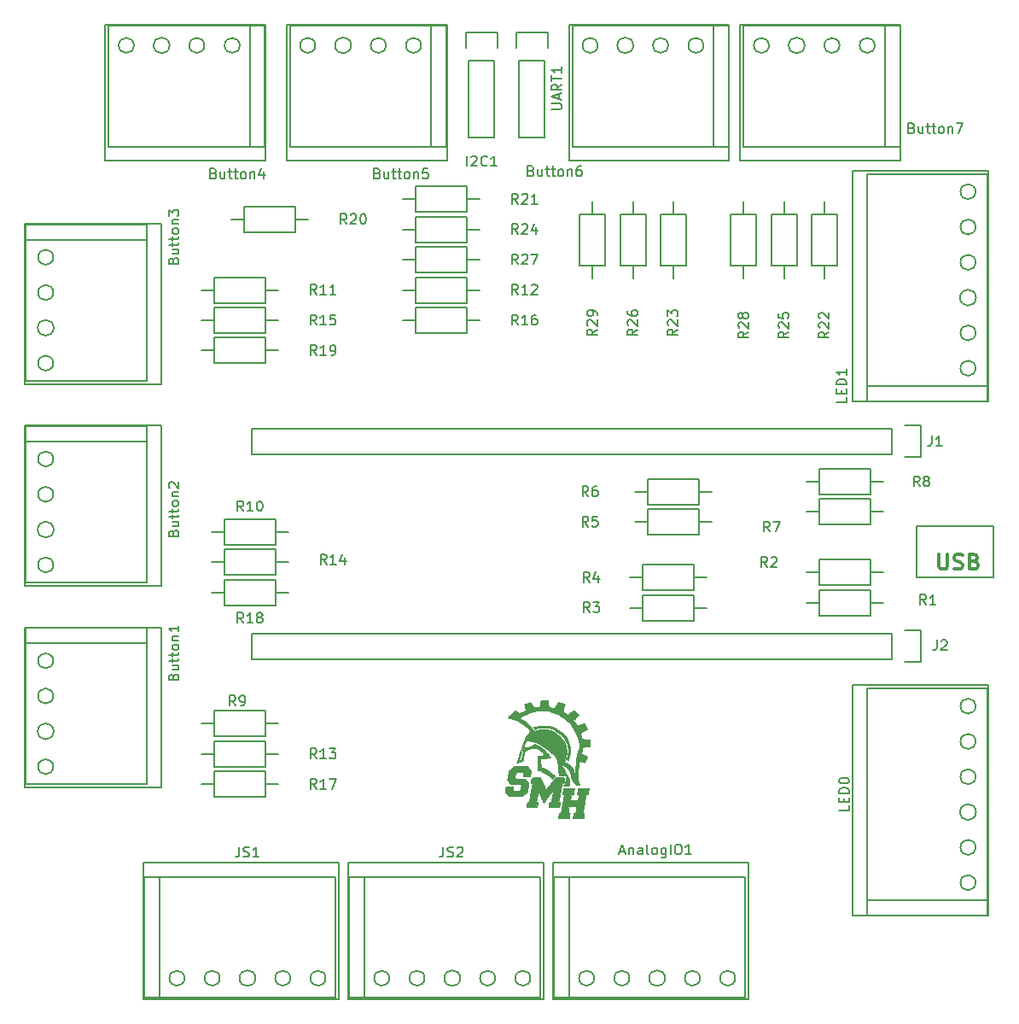
<source format=gto>
G04 #@! TF.FileFunction,Legend,Top*
%FSLAX46Y46*%
G04 Gerber Fmt 4.6, Leading zero omitted, Abs format (unit mm)*
G04 Created by KiCad (PCBNEW 4.0.2+dfsg1-2~bpo8+1-stable) date Wed 06 Apr 2016 09:14:05 AM EDT*
%MOMM*%
G01*
G04 APERTURE LIST*
%ADD10C,0.100000*%
%ADD11C,0.200000*%
%ADD12C,0.300000*%
%ADD13C,0.150000*%
%ADD14C,0.010000*%
%ADD15R,2.127200X2.432000*%
%ADD16O,2.127200X2.432000*%
%ADD17C,8.655000*%
%ADD18C,2.398980*%
%ADD19R,2.400000X2.400000*%
%ADD20C,2.400000*%
%ADD21R,2.432000X2.127200*%
%ADD22O,2.432000X2.127200*%
%ADD23C,1.797000*%
G04 APERTURE END LIST*
D10*
D11*
X138790000Y-106460000D02*
X138790000Y-101380000D01*
X131170000Y-101380000D02*
X131170000Y-106460000D01*
D12*
X133357143Y-104178571D02*
X133357143Y-105392857D01*
X133428571Y-105535714D01*
X133500000Y-105607143D01*
X133642857Y-105678571D01*
X133928571Y-105678571D01*
X134071429Y-105607143D01*
X134142857Y-105535714D01*
X134214286Y-105392857D01*
X134214286Y-104178571D01*
X134857143Y-105607143D02*
X135071429Y-105678571D01*
X135428572Y-105678571D01*
X135571429Y-105607143D01*
X135642858Y-105535714D01*
X135714286Y-105392857D01*
X135714286Y-105250000D01*
X135642858Y-105107143D01*
X135571429Y-105035714D01*
X135428572Y-104964286D01*
X135142858Y-104892857D01*
X135000000Y-104821429D01*
X134928572Y-104750000D01*
X134857143Y-104607143D01*
X134857143Y-104464286D01*
X134928572Y-104321429D01*
X135000000Y-104250000D01*
X135142858Y-104178571D01*
X135500000Y-104178571D01*
X135714286Y-104250000D01*
X136857143Y-104892857D02*
X137071429Y-104964286D01*
X137142857Y-105035714D01*
X137214286Y-105178571D01*
X137214286Y-105392857D01*
X137142857Y-105535714D01*
X137071429Y-105607143D01*
X136928571Y-105678571D01*
X136357143Y-105678571D01*
X136357143Y-104178571D01*
X136857143Y-104178571D01*
X137000000Y-104250000D01*
X137071429Y-104321429D01*
X137142857Y-104464286D01*
X137142857Y-104607143D01*
X137071429Y-104750000D01*
X137000000Y-104821429D01*
X136857143Y-104892857D01*
X136357143Y-104892857D01*
D11*
X131170000Y-106460000D02*
X138790000Y-106460000D01*
X138790000Y-101380000D02*
X131170000Y-101380000D01*
D13*
X128730000Y-91730000D02*
X65230000Y-91730000D01*
X65230000Y-91730000D02*
X65230000Y-94270000D01*
X65230000Y-94270000D02*
X128730000Y-94270000D01*
X131550000Y-94550000D02*
X130000000Y-94550000D01*
X128730000Y-94270000D02*
X128730000Y-91730000D01*
X130000000Y-91450000D02*
X131550000Y-91450000D01*
X131550000Y-91450000D02*
X131550000Y-94550000D01*
X128730000Y-112050000D02*
X65230000Y-112050000D01*
X65230000Y-112050000D02*
X65230000Y-114590000D01*
X65230000Y-114590000D02*
X128730000Y-114590000D01*
X131550000Y-114870000D02*
X130000000Y-114870000D01*
X128730000Y-114590000D02*
X128730000Y-112050000D01*
X130000000Y-111770000D02*
X131550000Y-111770000D01*
X131550000Y-111770000D02*
X131550000Y-114870000D01*
X121460000Y-107730000D02*
X126540000Y-107730000D01*
X126540000Y-107730000D02*
X126540000Y-110270000D01*
X126540000Y-110270000D02*
X121460000Y-110270000D01*
X121460000Y-110270000D02*
X121460000Y-107730000D01*
X121460000Y-109000000D02*
X120190000Y-109000000D01*
X126540000Y-109000000D02*
X127810000Y-109000000D01*
X121460000Y-104730000D02*
X126540000Y-104730000D01*
X126540000Y-104730000D02*
X126540000Y-107270000D01*
X126540000Y-107270000D02*
X121460000Y-107270000D01*
X121460000Y-107270000D02*
X121460000Y-104730000D01*
X121460000Y-106000000D02*
X120190000Y-106000000D01*
X126540000Y-106000000D02*
X127810000Y-106000000D01*
X103960000Y-108230000D02*
X109040000Y-108230000D01*
X109040000Y-108230000D02*
X109040000Y-110770000D01*
X109040000Y-110770000D02*
X103960000Y-110770000D01*
X103960000Y-110770000D02*
X103960000Y-108230000D01*
X103960000Y-109500000D02*
X102690000Y-109500000D01*
X109040000Y-109500000D02*
X110310000Y-109500000D01*
X103960000Y-105230000D02*
X109040000Y-105230000D01*
X109040000Y-105230000D02*
X109040000Y-107770000D01*
X109040000Y-107770000D02*
X103960000Y-107770000D01*
X103960000Y-107770000D02*
X103960000Y-105230000D01*
X103960000Y-106500000D02*
X102690000Y-106500000D01*
X109040000Y-106500000D02*
X110310000Y-106500000D01*
X104460000Y-99730000D02*
X109540000Y-99730000D01*
X109540000Y-99730000D02*
X109540000Y-102270000D01*
X109540000Y-102270000D02*
X104460000Y-102270000D01*
X104460000Y-102270000D02*
X104460000Y-99730000D01*
X104460000Y-101000000D02*
X103190000Y-101000000D01*
X109540000Y-101000000D02*
X110810000Y-101000000D01*
X104460000Y-96730000D02*
X109540000Y-96730000D01*
X109540000Y-96730000D02*
X109540000Y-99270000D01*
X109540000Y-99270000D02*
X104460000Y-99270000D01*
X104460000Y-99270000D02*
X104460000Y-96730000D01*
X104460000Y-98000000D02*
X103190000Y-98000000D01*
X109540000Y-98000000D02*
X110810000Y-98000000D01*
X121460000Y-98730000D02*
X126540000Y-98730000D01*
X126540000Y-98730000D02*
X126540000Y-101270000D01*
X126540000Y-101270000D02*
X121460000Y-101270000D01*
X121460000Y-101270000D02*
X121460000Y-98730000D01*
X121460000Y-100000000D02*
X120190000Y-100000000D01*
X126540000Y-100000000D02*
X127810000Y-100000000D01*
X121460000Y-95730000D02*
X126540000Y-95730000D01*
X126540000Y-95730000D02*
X126540000Y-98270000D01*
X126540000Y-98270000D02*
X121460000Y-98270000D01*
X121460000Y-98270000D02*
X121460000Y-95730000D01*
X121460000Y-97000000D02*
X120190000Y-97000000D01*
X126540000Y-97000000D02*
X127810000Y-97000000D01*
X66540000Y-122270000D02*
X61460000Y-122270000D01*
X61460000Y-122270000D02*
X61460000Y-119730000D01*
X61460000Y-119730000D02*
X66540000Y-119730000D01*
X66540000Y-119730000D02*
X66540000Y-122270000D01*
X66540000Y-121000000D02*
X67810000Y-121000000D01*
X61460000Y-121000000D02*
X60190000Y-121000000D01*
X67540000Y-103270000D02*
X62460000Y-103270000D01*
X62460000Y-103270000D02*
X62460000Y-100730000D01*
X62460000Y-100730000D02*
X67540000Y-100730000D01*
X67540000Y-100730000D02*
X67540000Y-103270000D01*
X67540000Y-102000000D02*
X68810000Y-102000000D01*
X62460000Y-102000000D02*
X61190000Y-102000000D01*
X66540000Y-79270000D02*
X61460000Y-79270000D01*
X61460000Y-79270000D02*
X61460000Y-76730000D01*
X61460000Y-76730000D02*
X66540000Y-76730000D01*
X66540000Y-76730000D02*
X66540000Y-79270000D01*
X66540000Y-78000000D02*
X67810000Y-78000000D01*
X61460000Y-78000000D02*
X60190000Y-78000000D01*
X86540000Y-79270000D02*
X81460000Y-79270000D01*
X81460000Y-79270000D02*
X81460000Y-76730000D01*
X81460000Y-76730000D02*
X86540000Y-76730000D01*
X86540000Y-76730000D02*
X86540000Y-79270000D01*
X86540000Y-78000000D02*
X87810000Y-78000000D01*
X81460000Y-78000000D02*
X80190000Y-78000000D01*
X66540000Y-125270000D02*
X61460000Y-125270000D01*
X61460000Y-125270000D02*
X61460000Y-122730000D01*
X61460000Y-122730000D02*
X66540000Y-122730000D01*
X66540000Y-122730000D02*
X66540000Y-125270000D01*
X66540000Y-124000000D02*
X67810000Y-124000000D01*
X61460000Y-124000000D02*
X60190000Y-124000000D01*
X67540000Y-106270000D02*
X62460000Y-106270000D01*
X62460000Y-106270000D02*
X62460000Y-103730000D01*
X62460000Y-103730000D02*
X67540000Y-103730000D01*
X67540000Y-103730000D02*
X67540000Y-106270000D01*
X67540000Y-105000000D02*
X68810000Y-105000000D01*
X62460000Y-105000000D02*
X61190000Y-105000000D01*
X66540000Y-82270000D02*
X61460000Y-82270000D01*
X61460000Y-82270000D02*
X61460000Y-79730000D01*
X61460000Y-79730000D02*
X66540000Y-79730000D01*
X66540000Y-79730000D02*
X66540000Y-82270000D01*
X66540000Y-81000000D02*
X67810000Y-81000000D01*
X61460000Y-81000000D02*
X60190000Y-81000000D01*
X86540000Y-82270000D02*
X81460000Y-82270000D01*
X81460000Y-82270000D02*
X81460000Y-79730000D01*
X81460000Y-79730000D02*
X86540000Y-79730000D01*
X86540000Y-79730000D02*
X86540000Y-82270000D01*
X86540000Y-81000000D02*
X87810000Y-81000000D01*
X81460000Y-81000000D02*
X80190000Y-81000000D01*
X66540000Y-128270000D02*
X61460000Y-128270000D01*
X61460000Y-128270000D02*
X61460000Y-125730000D01*
X61460000Y-125730000D02*
X66540000Y-125730000D01*
X66540000Y-125730000D02*
X66540000Y-128270000D01*
X66540000Y-127000000D02*
X67810000Y-127000000D01*
X61460000Y-127000000D02*
X60190000Y-127000000D01*
X67540000Y-109270000D02*
X62460000Y-109270000D01*
X62460000Y-109270000D02*
X62460000Y-106730000D01*
X62460000Y-106730000D02*
X67540000Y-106730000D01*
X67540000Y-106730000D02*
X67540000Y-109270000D01*
X67540000Y-108000000D02*
X68810000Y-108000000D01*
X62460000Y-108000000D02*
X61190000Y-108000000D01*
X66540000Y-85270000D02*
X61460000Y-85270000D01*
X61460000Y-85270000D02*
X61460000Y-82730000D01*
X61460000Y-82730000D02*
X66540000Y-82730000D01*
X66540000Y-82730000D02*
X66540000Y-85270000D01*
X66540000Y-84000000D02*
X67810000Y-84000000D01*
X61460000Y-84000000D02*
X60190000Y-84000000D01*
X69540000Y-72270000D02*
X64460000Y-72270000D01*
X64460000Y-72270000D02*
X64460000Y-69730000D01*
X64460000Y-69730000D02*
X69540000Y-69730000D01*
X69540000Y-69730000D02*
X69540000Y-72270000D01*
X69540000Y-71000000D02*
X70810000Y-71000000D01*
X64460000Y-71000000D02*
X63190000Y-71000000D01*
X86540000Y-70270000D02*
X81460000Y-70270000D01*
X81460000Y-70270000D02*
X81460000Y-67730000D01*
X81460000Y-67730000D02*
X86540000Y-67730000D01*
X86540000Y-67730000D02*
X86540000Y-70270000D01*
X86540000Y-69000000D02*
X87810000Y-69000000D01*
X81460000Y-69000000D02*
X80190000Y-69000000D01*
X120730000Y-75540000D02*
X120730000Y-70460000D01*
X120730000Y-70460000D02*
X123270000Y-70460000D01*
X123270000Y-70460000D02*
X123270000Y-75540000D01*
X123270000Y-75540000D02*
X120730000Y-75540000D01*
X122000000Y-75540000D02*
X122000000Y-76810000D01*
X122000000Y-70460000D02*
X122000000Y-69190000D01*
X105730000Y-75540000D02*
X105730000Y-70460000D01*
X105730000Y-70460000D02*
X108270000Y-70460000D01*
X108270000Y-70460000D02*
X108270000Y-75540000D01*
X108270000Y-75540000D02*
X105730000Y-75540000D01*
X107000000Y-75540000D02*
X107000000Y-76810000D01*
X107000000Y-70460000D02*
X107000000Y-69190000D01*
X86540000Y-73270000D02*
X81460000Y-73270000D01*
X81460000Y-73270000D02*
X81460000Y-70730000D01*
X81460000Y-70730000D02*
X86540000Y-70730000D01*
X86540000Y-70730000D02*
X86540000Y-73270000D01*
X86540000Y-72000000D02*
X87810000Y-72000000D01*
X81460000Y-72000000D02*
X80190000Y-72000000D01*
X116730000Y-75540000D02*
X116730000Y-70460000D01*
X116730000Y-70460000D02*
X119270000Y-70460000D01*
X119270000Y-70460000D02*
X119270000Y-75540000D01*
X119270000Y-75540000D02*
X116730000Y-75540000D01*
X118000000Y-75540000D02*
X118000000Y-76810000D01*
X118000000Y-70460000D02*
X118000000Y-69190000D01*
X101730000Y-75540000D02*
X101730000Y-70460000D01*
X101730000Y-70460000D02*
X104270000Y-70460000D01*
X104270000Y-70460000D02*
X104270000Y-75540000D01*
X104270000Y-75540000D02*
X101730000Y-75540000D01*
X103000000Y-75540000D02*
X103000000Y-76810000D01*
X103000000Y-70460000D02*
X103000000Y-69190000D01*
X86540000Y-76270000D02*
X81460000Y-76270000D01*
X81460000Y-76270000D02*
X81460000Y-73730000D01*
X81460000Y-73730000D02*
X86540000Y-73730000D01*
X86540000Y-73730000D02*
X86540000Y-76270000D01*
X86540000Y-75000000D02*
X87810000Y-75000000D01*
X81460000Y-75000000D02*
X80190000Y-75000000D01*
X112730000Y-75540000D02*
X112730000Y-70460000D01*
X112730000Y-70460000D02*
X115270000Y-70460000D01*
X115270000Y-70460000D02*
X115270000Y-75540000D01*
X115270000Y-75540000D02*
X112730000Y-75540000D01*
X114000000Y-75540000D02*
X114000000Y-76810000D01*
X114000000Y-70460000D02*
X114000000Y-69190000D01*
X97730000Y-75540000D02*
X97730000Y-70460000D01*
X97730000Y-70460000D02*
X100270000Y-70460000D01*
X100270000Y-70460000D02*
X100270000Y-75540000D01*
X100270000Y-75540000D02*
X97730000Y-75540000D01*
X99000000Y-75540000D02*
X99000000Y-76810000D01*
X99000000Y-70460000D02*
X99000000Y-69190000D01*
X95110000Y-134770000D02*
X95110000Y-148270000D01*
X95110000Y-148270000D02*
X114510000Y-148270000D01*
X114510000Y-134770000D02*
X114510000Y-148270000D01*
X114510000Y-134770000D02*
X95110000Y-134770000D01*
X113160000Y-146220000D02*
G75*
G03X113160000Y-146220000I-750000J0D01*
G01*
X109660000Y-146220000D02*
G75*
G03X109660000Y-146220000I-750000J0D01*
G01*
X106200569Y-146220000D02*
G75*
G03X106200569Y-146220000I-790569J0D01*
G01*
X102660000Y-146220000D02*
G75*
G03X102660000Y-146220000I-750000J0D01*
G01*
X99160000Y-146220000D02*
G75*
G03X99160000Y-146220000I-750000J0D01*
G01*
X95160000Y-136170000D02*
X95160000Y-148170000D01*
X95160000Y-136170000D02*
X114160000Y-136170000D01*
X114160000Y-136170000D02*
X114160000Y-148170000D01*
X95160000Y-148170000D02*
X114160000Y-148170000D01*
X96660000Y-148170000D02*
X96660000Y-136170000D01*
X56200000Y-111450000D02*
X42700000Y-111450000D01*
X42700000Y-111450000D02*
X42700000Y-127350000D01*
X56200000Y-127350000D02*
X42700000Y-127350000D01*
X56200000Y-127350000D02*
X56200000Y-111450000D01*
X45500000Y-125250000D02*
G75*
G03X45500000Y-125250000I-750000J0D01*
G01*
X45540569Y-121750000D02*
G75*
G03X45540569Y-121750000I-790569J0D01*
G01*
X45500000Y-118250000D02*
G75*
G03X45500000Y-118250000I-750000J0D01*
G01*
X45500000Y-114750000D02*
G75*
G03X45500000Y-114750000I-750000J0D01*
G01*
X54800000Y-111500000D02*
X42800000Y-111500000D01*
X54800000Y-111500000D02*
X54800000Y-127000000D01*
X54800000Y-127000000D02*
X42800000Y-127000000D01*
X42800000Y-111500000D02*
X42800000Y-127000000D01*
X42800000Y-113000000D02*
X54800000Y-113000000D01*
X56200000Y-91450000D02*
X42700000Y-91450000D01*
X42700000Y-91450000D02*
X42700000Y-107350000D01*
X56200000Y-107350000D02*
X42700000Y-107350000D01*
X56200000Y-107350000D02*
X56200000Y-91450000D01*
X45500000Y-105250000D02*
G75*
G03X45500000Y-105250000I-750000J0D01*
G01*
X45540569Y-101750000D02*
G75*
G03X45540569Y-101750000I-790569J0D01*
G01*
X45500000Y-98250000D02*
G75*
G03X45500000Y-98250000I-750000J0D01*
G01*
X45500000Y-94750000D02*
G75*
G03X45500000Y-94750000I-750000J0D01*
G01*
X54800000Y-91500000D02*
X42800000Y-91500000D01*
X54800000Y-91500000D02*
X54800000Y-107000000D01*
X54800000Y-107000000D02*
X42800000Y-107000000D01*
X42800000Y-91500000D02*
X42800000Y-107000000D01*
X42800000Y-93000000D02*
X54800000Y-93000000D01*
X56200000Y-71450000D02*
X42700000Y-71450000D01*
X42700000Y-71450000D02*
X42700000Y-87350000D01*
X56200000Y-87350000D02*
X42700000Y-87350000D01*
X56200000Y-87350000D02*
X56200000Y-71450000D01*
X45500000Y-85250000D02*
G75*
G03X45500000Y-85250000I-750000J0D01*
G01*
X45540569Y-81750000D02*
G75*
G03X45540569Y-81750000I-790569J0D01*
G01*
X45500000Y-78250000D02*
G75*
G03X45500000Y-78250000I-750000J0D01*
G01*
X45500000Y-74750000D02*
G75*
G03X45500000Y-74750000I-750000J0D01*
G01*
X54800000Y-71500000D02*
X42800000Y-71500000D01*
X54800000Y-71500000D02*
X54800000Y-87000000D01*
X54800000Y-87000000D02*
X42800000Y-87000000D01*
X42800000Y-71500000D02*
X42800000Y-87000000D01*
X42800000Y-73000000D02*
X54800000Y-73000000D01*
X66550000Y-65200000D02*
X66550000Y-51700000D01*
X66550000Y-51700000D02*
X50650000Y-51700000D01*
X50650000Y-65200000D02*
X50650000Y-51700000D01*
X50650000Y-65200000D02*
X66550000Y-65200000D01*
X53500000Y-53750000D02*
G75*
G03X53500000Y-53750000I-750000J0D01*
G01*
X57040569Y-53750000D02*
G75*
G03X57040569Y-53750000I-790569J0D01*
G01*
X60500000Y-53750000D02*
G75*
G03X60500000Y-53750000I-750000J0D01*
G01*
X64000000Y-53750000D02*
G75*
G03X64000000Y-53750000I-750000J0D01*
G01*
X66500000Y-63800000D02*
X66500000Y-51800000D01*
X66500000Y-63800000D02*
X51000000Y-63800000D01*
X51000000Y-63800000D02*
X51000000Y-51800000D01*
X66500000Y-51800000D02*
X51000000Y-51800000D01*
X65000000Y-51800000D02*
X65000000Y-63800000D01*
X84550000Y-65200000D02*
X84550000Y-51700000D01*
X84550000Y-51700000D02*
X68650000Y-51700000D01*
X68650000Y-65200000D02*
X68650000Y-51700000D01*
X68650000Y-65200000D02*
X84550000Y-65200000D01*
X71500000Y-53750000D02*
G75*
G03X71500000Y-53750000I-750000J0D01*
G01*
X75040569Y-53750000D02*
G75*
G03X75040569Y-53750000I-790569J0D01*
G01*
X78500000Y-53750000D02*
G75*
G03X78500000Y-53750000I-750000J0D01*
G01*
X82000000Y-53750000D02*
G75*
G03X82000000Y-53750000I-750000J0D01*
G01*
X84500000Y-63800000D02*
X84500000Y-51800000D01*
X84500000Y-63800000D02*
X69000000Y-63800000D01*
X69000000Y-63800000D02*
X69000000Y-51800000D01*
X84500000Y-51800000D02*
X69000000Y-51800000D01*
X83000000Y-51800000D02*
X83000000Y-63800000D01*
X112550000Y-65200000D02*
X112550000Y-51700000D01*
X112550000Y-51700000D02*
X96650000Y-51700000D01*
X96650000Y-65200000D02*
X96650000Y-51700000D01*
X96650000Y-65200000D02*
X112550000Y-65200000D01*
X99500000Y-53750000D02*
G75*
G03X99500000Y-53750000I-750000J0D01*
G01*
X103040569Y-53750000D02*
G75*
G03X103040569Y-53750000I-790569J0D01*
G01*
X106500000Y-53750000D02*
G75*
G03X106500000Y-53750000I-750000J0D01*
G01*
X110000000Y-53750000D02*
G75*
G03X110000000Y-53750000I-750000J0D01*
G01*
X112500000Y-63800000D02*
X112500000Y-51800000D01*
X112500000Y-63800000D02*
X97000000Y-63800000D01*
X97000000Y-63800000D02*
X97000000Y-51800000D01*
X112500000Y-51800000D02*
X97000000Y-51800000D01*
X111000000Y-51800000D02*
X111000000Y-63800000D01*
X129550000Y-65200000D02*
X129550000Y-51700000D01*
X129550000Y-51700000D02*
X113650000Y-51700000D01*
X113650000Y-65200000D02*
X113650000Y-51700000D01*
X113650000Y-65200000D02*
X129550000Y-65200000D01*
X116500000Y-53750000D02*
G75*
G03X116500000Y-53750000I-750000J0D01*
G01*
X120040569Y-53750000D02*
G75*
G03X120040569Y-53750000I-790569J0D01*
G01*
X123500000Y-53750000D02*
G75*
G03X123500000Y-53750000I-750000J0D01*
G01*
X127000000Y-53750000D02*
G75*
G03X127000000Y-53750000I-750000J0D01*
G01*
X129500000Y-63800000D02*
X129500000Y-51800000D01*
X129500000Y-63800000D02*
X114000000Y-63800000D01*
X114000000Y-63800000D02*
X114000000Y-51800000D01*
X129500000Y-51800000D02*
X114000000Y-51800000D01*
X128000000Y-51800000D02*
X128000000Y-63800000D01*
X54470000Y-134770000D02*
X54470000Y-148270000D01*
X54470000Y-148270000D02*
X73870000Y-148270000D01*
X73870000Y-134770000D02*
X73870000Y-148270000D01*
X73870000Y-134770000D02*
X54470000Y-134770000D01*
X72520000Y-146220000D02*
G75*
G03X72520000Y-146220000I-750000J0D01*
G01*
X69020000Y-146220000D02*
G75*
G03X69020000Y-146220000I-750000J0D01*
G01*
X65560569Y-146220000D02*
G75*
G03X65560569Y-146220000I-790569J0D01*
G01*
X62020000Y-146220000D02*
G75*
G03X62020000Y-146220000I-750000J0D01*
G01*
X58520000Y-146220000D02*
G75*
G03X58520000Y-146220000I-750000J0D01*
G01*
X54520000Y-136170000D02*
X54520000Y-148170000D01*
X54520000Y-136170000D02*
X73520000Y-136170000D01*
X73520000Y-136170000D02*
X73520000Y-148170000D01*
X54520000Y-148170000D02*
X73520000Y-148170000D01*
X56020000Y-148170000D02*
X56020000Y-136170000D01*
X74790000Y-134770000D02*
X74790000Y-148270000D01*
X74790000Y-148270000D02*
X94190000Y-148270000D01*
X94190000Y-134770000D02*
X94190000Y-148270000D01*
X94190000Y-134770000D02*
X74790000Y-134770000D01*
X92840000Y-146220000D02*
G75*
G03X92840000Y-146220000I-750000J0D01*
G01*
X89340000Y-146220000D02*
G75*
G03X89340000Y-146220000I-750000J0D01*
G01*
X85880569Y-146220000D02*
G75*
G03X85880569Y-146220000I-790569J0D01*
G01*
X82340000Y-146220000D02*
G75*
G03X82340000Y-146220000I-750000J0D01*
G01*
X78840000Y-146220000D02*
G75*
G03X78840000Y-146220000I-750000J0D01*
G01*
X74840000Y-136170000D02*
X74840000Y-148170000D01*
X74840000Y-136170000D02*
X93840000Y-136170000D01*
X93840000Y-136170000D02*
X93840000Y-148170000D01*
X74840000Y-148170000D02*
X93840000Y-148170000D01*
X76340000Y-148170000D02*
X76340000Y-136170000D01*
X124800000Y-140050000D02*
X138300000Y-140050000D01*
X138300000Y-140050000D02*
X138300000Y-117150000D01*
X124800000Y-117150000D02*
X138300000Y-117150000D01*
X124800000Y-117150000D02*
X124800000Y-140050000D01*
X137000000Y-119250000D02*
G75*
G03X137000000Y-119250000I-750000J0D01*
G01*
X137000000Y-122750000D02*
G75*
G03X137000000Y-122750000I-750000J0D01*
G01*
X137000000Y-126250000D02*
G75*
G03X137000000Y-126250000I-750000J0D01*
G01*
X137040569Y-129750000D02*
G75*
G03X137040569Y-129750000I-790569J0D01*
G01*
X137000000Y-133250000D02*
G75*
G03X137000000Y-133250000I-750000J0D01*
G01*
X137000000Y-136750000D02*
G75*
G03X137000000Y-136750000I-750000J0D01*
G01*
X126200000Y-140000000D02*
X138200000Y-140000000D01*
X126200000Y-140000000D02*
X126200000Y-117500000D01*
X126200000Y-117500000D02*
X138200000Y-117500000D01*
X138200000Y-140000000D02*
X138200000Y-117500000D01*
X138200000Y-138500000D02*
X126200000Y-138500000D01*
X124800000Y-89050000D02*
X138300000Y-89050000D01*
X138300000Y-89050000D02*
X138300000Y-66150000D01*
X124800000Y-66150000D02*
X138300000Y-66150000D01*
X124800000Y-66150000D02*
X124800000Y-89050000D01*
X137000000Y-68250000D02*
G75*
G03X137000000Y-68250000I-750000J0D01*
G01*
X137000000Y-71750000D02*
G75*
G03X137000000Y-71750000I-750000J0D01*
G01*
X137000000Y-75250000D02*
G75*
G03X137000000Y-75250000I-750000J0D01*
G01*
X137040569Y-78750000D02*
G75*
G03X137040569Y-78750000I-790569J0D01*
G01*
X137000000Y-82250000D02*
G75*
G03X137000000Y-82250000I-750000J0D01*
G01*
X137000000Y-85750000D02*
G75*
G03X137000000Y-85750000I-750000J0D01*
G01*
X126200000Y-89000000D02*
X138200000Y-89000000D01*
X126200000Y-89000000D02*
X126200000Y-66500000D01*
X126200000Y-66500000D02*
X138200000Y-66500000D01*
X138200000Y-89000000D02*
X138200000Y-66500000D01*
X138200000Y-87500000D02*
X126200000Y-87500000D01*
X86730000Y-55270000D02*
X86730000Y-62890000D01*
X89270000Y-55270000D02*
X89270000Y-62890000D01*
X89550000Y-52450000D02*
X89550000Y-54000000D01*
X86730000Y-62890000D02*
X89270000Y-62890000D01*
X89270000Y-55270000D02*
X86730000Y-55270000D01*
X86450000Y-54000000D02*
X86450000Y-52450000D01*
X86450000Y-52450000D02*
X89550000Y-52450000D01*
X91730000Y-55270000D02*
X91730000Y-62890000D01*
X94270000Y-55270000D02*
X94270000Y-62890000D01*
X94550000Y-52450000D02*
X94550000Y-54000000D01*
X91730000Y-62890000D02*
X94270000Y-62890000D01*
X94270000Y-55270000D02*
X91730000Y-55270000D01*
X91450000Y-54000000D02*
X91450000Y-52450000D01*
X91450000Y-52450000D02*
X94550000Y-52450000D01*
D14*
G36*
X97173270Y-127450104D02*
X97166178Y-127485385D01*
X97154780Y-127544417D01*
X97141182Y-127616259D01*
X97136793Y-127639722D01*
X97121171Y-127722978D01*
X97105406Y-127806190D01*
X97092519Y-127873417D01*
X97090803Y-127882257D01*
X97072777Y-127974861D01*
X96903712Y-127974861D01*
X96845856Y-128243854D01*
X96825396Y-128337981D01*
X96807010Y-128420704D01*
X96792177Y-128485505D01*
X96782379Y-128525866D01*
X96779688Y-128535245D01*
X96783653Y-128542746D01*
X96804284Y-128548225D01*
X96845142Y-128551849D01*
X96909790Y-128553784D01*
X97001789Y-128554198D01*
X97124700Y-128553257D01*
X97156273Y-128552884D01*
X97541172Y-128548125D01*
X97589228Y-128283541D01*
X97606044Y-128189987D01*
X97620458Y-128107969D01*
X97631330Y-128044112D01*
X97637521Y-128005042D01*
X97638503Y-127996909D01*
X97623287Y-127981976D01*
X97574913Y-127975294D01*
X97551528Y-127974861D01*
X97501249Y-127972481D01*
X97469394Y-127966397D01*
X97463503Y-127961632D01*
X97466395Y-127940407D01*
X97474239Y-127890912D01*
X97485973Y-127819637D01*
X97500539Y-127733076D01*
X97507431Y-127692639D01*
X97522836Y-127602375D01*
X97535890Y-127525474D01*
X97545543Y-127468144D01*
X97550747Y-127436594D01*
X97551358Y-127432465D01*
X97568329Y-127431371D01*
X97616309Y-127430376D01*
X97691028Y-127429515D01*
X97788218Y-127428822D01*
X97903609Y-127428333D01*
X98032932Y-127428081D01*
X98091719Y-127428055D01*
X98631910Y-127428055D01*
X98622810Y-127476562D01*
X98616185Y-127512107D01*
X98604712Y-127573901D01*
X98589955Y-127653506D01*
X98573480Y-127742482D01*
X98572098Y-127749951D01*
X98530486Y-127974833D01*
X98437882Y-127974847D01*
X98386128Y-127975827D01*
X98352517Y-127978330D01*
X98345278Y-127980518D01*
X98342290Y-127998461D01*
X98333708Y-128047872D01*
X98320109Y-128125485D01*
X98302068Y-128228034D01*
X98280161Y-128352254D01*
X98254963Y-128494877D01*
X98227049Y-128652639D01*
X98196996Y-128822273D01*
X98186528Y-128881312D01*
X98155815Y-129054968D01*
X98127060Y-129218482D01*
X98100841Y-129368495D01*
X98077738Y-129501644D01*
X98058331Y-129614570D01*
X98043200Y-129703911D01*
X98032925Y-129766307D01*
X98028084Y-129798397D01*
X98027778Y-129801696D01*
X98041115Y-129819596D01*
X98083727Y-129826693D01*
X98098334Y-129826944D01*
X98127576Y-129826834D01*
X98148175Y-129829768D01*
X98160679Y-129840640D01*
X98165639Y-129864345D01*
X98163604Y-129905777D01*
X98155125Y-129969831D01*
X98140752Y-130061401D01*
X98131308Y-130120406D01*
X98093727Y-130356111D01*
X97036176Y-130356111D01*
X97045287Y-130316423D01*
X97051754Y-130284414D01*
X97062821Y-130225735D01*
X97076990Y-130148460D01*
X97092764Y-130060667D01*
X97094333Y-130051840D01*
X97134269Y-129826944D01*
X97227446Y-129826944D01*
X97281755Y-129825808D01*
X97310620Y-129818757D01*
X97323872Y-129800323D01*
X97330552Y-129769618D01*
X97340078Y-129711023D01*
X97351803Y-129633560D01*
X97364692Y-129544735D01*
X97377709Y-129452056D01*
X97389820Y-129363033D01*
X97399987Y-129285172D01*
X97407176Y-129225983D01*
X97410351Y-129192972D01*
X97410417Y-129190619D01*
X97409037Y-129179040D01*
X97401921Y-129170459D01*
X97384604Y-129164510D01*
X97352620Y-129160827D01*
X97301504Y-129159046D01*
X97226791Y-129158801D01*
X97124016Y-129159726D01*
X97044955Y-129160718D01*
X96679494Y-129165486D01*
X96631541Y-129447708D01*
X96610466Y-129571869D01*
X96595338Y-129665501D01*
X96586501Y-129732903D01*
X96584301Y-129778377D01*
X96589083Y-129806223D01*
X96601191Y-129820741D01*
X96620970Y-129826233D01*
X96648766Y-129826998D01*
X96661953Y-129826944D01*
X96711111Y-129828921D01*
X96732737Y-129837043D01*
X96734463Y-129854598D01*
X96733604Y-129857812D01*
X96727361Y-129887506D01*
X96717556Y-129943253D01*
X96705699Y-130016196D01*
X96696812Y-130073889D01*
X96684186Y-130156164D01*
X96672420Y-130230009D01*
X96663114Y-130285522D01*
X96659037Y-130307604D01*
X96649142Y-130356111D01*
X95589202Y-130356111D01*
X95598328Y-130307604D01*
X95604452Y-130271534D01*
X95614352Y-130209343D01*
X95626652Y-130129807D01*
X95639781Y-130043020D01*
X95672107Y-129826944D01*
X95763750Y-129826944D01*
X95817818Y-129825473D01*
X95846552Y-129817897D01*
X95859869Y-129799472D01*
X95865155Y-129778437D01*
X95870409Y-129749844D01*
X95880695Y-129691658D01*
X95895332Y-129607852D01*
X95913638Y-129502399D01*
X95934933Y-129379271D01*
X95958535Y-129242439D01*
X95983762Y-129095877D01*
X96009934Y-128943555D01*
X96036370Y-128789448D01*
X96062387Y-128637526D01*
X96087305Y-128491762D01*
X96110442Y-128356129D01*
X96131117Y-128234598D01*
X96148649Y-128131141D01*
X96162357Y-128049732D01*
X96171559Y-127994342D01*
X96175574Y-127968944D01*
X96175695Y-127967810D01*
X96159809Y-127961803D01*
X96119144Y-127957966D01*
X96086312Y-127957222D01*
X96033720Y-127955582D01*
X96008868Y-127948748D01*
X96004296Y-127933852D01*
X96006061Y-127926354D01*
X96012771Y-127897322D01*
X96024090Y-127841819D01*
X96038379Y-127768094D01*
X96052487Y-127692639D01*
X96068164Y-127608413D01*
X96082395Y-127533840D01*
X96093500Y-127477604D01*
X96099373Y-127450104D01*
X96108964Y-127410416D01*
X97181784Y-127410416D01*
X97173270Y-127450104D01*
X97173270Y-127450104D01*
G37*
X97173270Y-127450104D02*
X97166178Y-127485385D01*
X97154780Y-127544417D01*
X97141182Y-127616259D01*
X97136793Y-127639722D01*
X97121171Y-127722978D01*
X97105406Y-127806190D01*
X97092519Y-127873417D01*
X97090803Y-127882257D01*
X97072777Y-127974861D01*
X96903712Y-127974861D01*
X96845856Y-128243854D01*
X96825396Y-128337981D01*
X96807010Y-128420704D01*
X96792177Y-128485505D01*
X96782379Y-128525866D01*
X96779688Y-128535245D01*
X96783653Y-128542746D01*
X96804284Y-128548225D01*
X96845142Y-128551849D01*
X96909790Y-128553784D01*
X97001789Y-128554198D01*
X97124700Y-128553257D01*
X97156273Y-128552884D01*
X97541172Y-128548125D01*
X97589228Y-128283541D01*
X97606044Y-128189987D01*
X97620458Y-128107969D01*
X97631330Y-128044112D01*
X97637521Y-128005042D01*
X97638503Y-127996909D01*
X97623287Y-127981976D01*
X97574913Y-127975294D01*
X97551528Y-127974861D01*
X97501249Y-127972481D01*
X97469394Y-127966397D01*
X97463503Y-127961632D01*
X97466395Y-127940407D01*
X97474239Y-127890912D01*
X97485973Y-127819637D01*
X97500539Y-127733076D01*
X97507431Y-127692639D01*
X97522836Y-127602375D01*
X97535890Y-127525474D01*
X97545543Y-127468144D01*
X97550747Y-127436594D01*
X97551358Y-127432465D01*
X97568329Y-127431371D01*
X97616309Y-127430376D01*
X97691028Y-127429515D01*
X97788218Y-127428822D01*
X97903609Y-127428333D01*
X98032932Y-127428081D01*
X98091719Y-127428055D01*
X98631910Y-127428055D01*
X98622810Y-127476562D01*
X98616185Y-127512107D01*
X98604712Y-127573901D01*
X98589955Y-127653506D01*
X98573480Y-127742482D01*
X98572098Y-127749951D01*
X98530486Y-127974833D01*
X98437882Y-127974847D01*
X98386128Y-127975827D01*
X98352517Y-127978330D01*
X98345278Y-127980518D01*
X98342290Y-127998461D01*
X98333708Y-128047872D01*
X98320109Y-128125485D01*
X98302068Y-128228034D01*
X98280161Y-128352254D01*
X98254963Y-128494877D01*
X98227049Y-128652639D01*
X98196996Y-128822273D01*
X98186528Y-128881312D01*
X98155815Y-129054968D01*
X98127060Y-129218482D01*
X98100841Y-129368495D01*
X98077738Y-129501644D01*
X98058331Y-129614570D01*
X98043200Y-129703911D01*
X98032925Y-129766307D01*
X98028084Y-129798397D01*
X98027778Y-129801696D01*
X98041115Y-129819596D01*
X98083727Y-129826693D01*
X98098334Y-129826944D01*
X98127576Y-129826834D01*
X98148175Y-129829768D01*
X98160679Y-129840640D01*
X98165639Y-129864345D01*
X98163604Y-129905777D01*
X98155125Y-129969831D01*
X98140752Y-130061401D01*
X98131308Y-130120406D01*
X98093727Y-130356111D01*
X97036176Y-130356111D01*
X97045287Y-130316423D01*
X97051754Y-130284414D01*
X97062821Y-130225735D01*
X97076990Y-130148460D01*
X97092764Y-130060667D01*
X97094333Y-130051840D01*
X97134269Y-129826944D01*
X97227446Y-129826944D01*
X97281755Y-129825808D01*
X97310620Y-129818757D01*
X97323872Y-129800323D01*
X97330552Y-129769618D01*
X97340078Y-129711023D01*
X97351803Y-129633560D01*
X97364692Y-129544735D01*
X97377709Y-129452056D01*
X97389820Y-129363033D01*
X97399987Y-129285172D01*
X97407176Y-129225983D01*
X97410351Y-129192972D01*
X97410417Y-129190619D01*
X97409037Y-129179040D01*
X97401921Y-129170459D01*
X97384604Y-129164510D01*
X97352620Y-129160827D01*
X97301504Y-129159046D01*
X97226791Y-129158801D01*
X97124016Y-129159726D01*
X97044955Y-129160718D01*
X96679494Y-129165486D01*
X96631541Y-129447708D01*
X96610466Y-129571869D01*
X96595338Y-129665501D01*
X96586501Y-129732903D01*
X96584301Y-129778377D01*
X96589083Y-129806223D01*
X96601191Y-129820741D01*
X96620970Y-129826233D01*
X96648766Y-129826998D01*
X96661953Y-129826944D01*
X96711111Y-129828921D01*
X96732737Y-129837043D01*
X96734463Y-129854598D01*
X96733604Y-129857812D01*
X96727361Y-129887506D01*
X96717556Y-129943253D01*
X96705699Y-130016196D01*
X96696812Y-130073889D01*
X96684186Y-130156164D01*
X96672420Y-130230009D01*
X96663114Y-130285522D01*
X96659037Y-130307604D01*
X96649142Y-130356111D01*
X95589202Y-130356111D01*
X95598328Y-130307604D01*
X95604452Y-130271534D01*
X95614352Y-130209343D01*
X95626652Y-130129807D01*
X95639781Y-130043020D01*
X95672107Y-129826944D01*
X95763750Y-129826944D01*
X95817818Y-129825473D01*
X95846552Y-129817897D01*
X95859869Y-129799472D01*
X95865155Y-129778437D01*
X95870409Y-129749844D01*
X95880695Y-129691658D01*
X95895332Y-129607852D01*
X95913638Y-129502399D01*
X95934933Y-129379271D01*
X95958535Y-129242439D01*
X95983762Y-129095877D01*
X96009934Y-128943555D01*
X96036370Y-128789448D01*
X96062387Y-128637526D01*
X96087305Y-128491762D01*
X96110442Y-128356129D01*
X96131117Y-128234598D01*
X96148649Y-128131141D01*
X96162357Y-128049732D01*
X96171559Y-127994342D01*
X96175574Y-127968944D01*
X96175695Y-127967810D01*
X96159809Y-127961803D01*
X96119144Y-127957966D01*
X96086312Y-127957222D01*
X96033720Y-127955582D01*
X96008868Y-127948748D01*
X96004296Y-127933852D01*
X96006061Y-127926354D01*
X96012771Y-127897322D01*
X96024090Y-127841819D01*
X96038379Y-127768094D01*
X96052487Y-127692639D01*
X96068164Y-127608413D01*
X96082395Y-127533840D01*
X96093500Y-127477604D01*
X96099373Y-127450104D01*
X96108964Y-127410416D01*
X97181784Y-127410416D01*
X97173270Y-127450104D01*
G36*
X94094950Y-126926242D02*
X94152988Y-127061660D01*
X94207005Y-127186599D01*
X94255379Y-127297391D01*
X94296491Y-127390371D01*
X94328718Y-127461873D01*
X94350440Y-127508230D01*
X94360036Y-127525778D01*
X94360045Y-127525783D01*
X94373246Y-127514033D01*
X94405918Y-127477292D01*
X94455776Y-127418343D01*
X94520535Y-127339964D01*
X94597908Y-127244937D01*
X94685613Y-127136042D01*
X94781362Y-127016060D01*
X94846392Y-126933999D01*
X95320209Y-126334472D01*
X95775599Y-126334458D01*
X95914114Y-126334589D01*
X96021241Y-126335172D01*
X96100868Y-126336474D01*
X96156884Y-126338766D01*
X96193177Y-126342314D01*
X96213637Y-126347389D01*
X96222151Y-126354259D01*
X96222609Y-126363193D01*
X96222059Y-126365312D01*
X96215029Y-126395870D01*
X96203820Y-126451351D01*
X96190384Y-126521936D01*
X96184328Y-126554930D01*
X96168966Y-126637948D01*
X96153493Y-126718821D01*
X96140635Y-126783382D01*
X96137691Y-126797465D01*
X96119855Y-126881250D01*
X96034523Y-126881250D01*
X95982653Y-126883040D01*
X95955604Y-126891929D01*
X95942968Y-126913196D01*
X95938879Y-126929757D01*
X95933773Y-126956502D01*
X95923134Y-127014369D01*
X95907613Y-127099746D01*
X95887861Y-127209023D01*
X95864529Y-127338591D01*
X95838269Y-127484838D01*
X95809732Y-127644154D01*
X95779569Y-127812929D01*
X95779001Y-127816111D01*
X95748866Y-127984655D01*
X95720374Y-128143500D01*
X95694171Y-128289083D01*
X95670901Y-128417842D01*
X95651209Y-128526216D01*
X95635743Y-128610643D01*
X95625145Y-128667560D01*
X95620063Y-128693405D01*
X95620007Y-128693645D01*
X95617209Y-128717097D01*
X95628676Y-128728859D01*
X95662365Y-128732925D01*
X95699109Y-128733333D01*
X95749541Y-128735354D01*
X95781603Y-128740523D01*
X95787639Y-128744603D01*
X95784840Y-128766572D01*
X95777341Y-128815236D01*
X95766489Y-128882536D01*
X95753631Y-128960411D01*
X95740114Y-129040800D01*
X95727284Y-129115644D01*
X95716489Y-129176881D01*
X95709075Y-129216453D01*
X95707730Y-129222812D01*
X95698773Y-129262500D01*
X95159934Y-129262500D01*
X95007830Y-129262392D01*
X94887412Y-129261929D01*
X94795089Y-129260901D01*
X94727270Y-129259100D01*
X94680363Y-129256317D01*
X94650779Y-129252341D01*
X94634924Y-129246965D01*
X94629209Y-129239979D01*
X94629908Y-129231632D01*
X94635845Y-129203516D01*
X94645989Y-129147911D01*
X94659050Y-129072175D01*
X94673738Y-128983666D01*
X94677864Y-128958229D01*
X94717006Y-128715694D01*
X94811350Y-128715694D01*
X94863648Y-128713412D01*
X94897908Y-128707540D01*
X94905695Y-128702177D01*
X94908574Y-128682352D01*
X94916615Y-128632987D01*
X94928922Y-128559293D01*
X94944599Y-128466486D01*
X94962752Y-128359778D01*
X94982484Y-128244383D01*
X95002900Y-128125513D01*
X95023106Y-128008383D01*
X95042204Y-127898204D01*
X95059301Y-127800191D01*
X95073499Y-127719557D01*
X95083905Y-127661516D01*
X95089622Y-127631279D01*
X95089702Y-127630902D01*
X95094072Y-127606280D01*
X95087024Y-127610369D01*
X95072041Y-127630902D01*
X95042062Y-127671500D01*
X94995575Y-127732675D01*
X94935323Y-127810944D01*
X94864053Y-127902826D01*
X94784508Y-128004838D01*
X94699433Y-128113499D01*
X94611571Y-128225326D01*
X94523669Y-128336837D01*
X94438470Y-128444550D01*
X94358718Y-128544983D01*
X94287158Y-128634655D01*
X94226534Y-128710081D01*
X94179592Y-128767782D01*
X94149075Y-128804274D01*
X94137903Y-128816112D01*
X94127149Y-128801770D01*
X94104594Y-128758418D01*
X94071883Y-128689662D01*
X94030658Y-128599108D01*
X93982562Y-128490362D01*
X93929237Y-128367030D01*
X93875222Y-128239611D01*
X93818622Y-128105548D01*
X93766051Y-127982370D01*
X93719109Y-127873725D01*
X93679396Y-127783259D01*
X93648512Y-127714620D01*
X93628058Y-127671453D01*
X93619751Y-127657361D01*
X93614798Y-127673879D01*
X93604685Y-127720016D01*
X93590359Y-127790645D01*
X93572767Y-127880639D01*
X93552855Y-127984872D01*
X93531570Y-128098217D01*
X93509858Y-128215548D01*
X93488668Y-128331738D01*
X93468944Y-128441660D01*
X93451634Y-128540188D01*
X93437685Y-128622195D01*
X93428043Y-128682555D01*
X93423655Y-128716141D01*
X93423499Y-128720104D01*
X93439610Y-128728000D01*
X93479755Y-128732731D01*
X93503403Y-128733333D01*
X93558677Y-128738008D01*
X93582267Y-128751629D01*
X93582991Y-128755382D01*
X93580376Y-128780089D01*
X93573056Y-128832584D01*
X93562064Y-128905845D01*
X93548432Y-128992852D01*
X93544082Y-129019965D01*
X93504961Y-129262500D01*
X92433447Y-129262500D01*
X92443508Y-129213993D01*
X92450455Y-129175902D01*
X92460894Y-129113213D01*
X92473137Y-129036221D01*
X92480395Y-128989097D01*
X92495377Y-128889853D01*
X92506902Y-128820159D01*
X92517656Y-128774826D01*
X92530321Y-128748664D01*
X92547579Y-128736483D01*
X92572115Y-128733096D01*
X92606612Y-128733311D01*
X92612639Y-128733333D01*
X92666029Y-128731254D01*
X92694164Y-128722305D01*
X92706955Y-128702415D01*
X92709296Y-128693645D01*
X92713902Y-128668883D01*
X92723676Y-128612777D01*
X92738035Y-128528791D01*
X92756395Y-128420386D01*
X92778171Y-128291026D01*
X92802780Y-128144172D01*
X92829638Y-127983287D01*
X92858159Y-127811833D01*
X92865501Y-127767604D01*
X93012572Y-126881250D01*
X92944897Y-126881250D01*
X92916059Y-126880859D01*
X92895841Y-126876454D01*
X92883719Y-126863181D01*
X92879169Y-126836189D01*
X92881667Y-126790624D01*
X92890688Y-126721636D01*
X92905708Y-126624371D01*
X92912500Y-126581389D01*
X92925714Y-126496837D01*
X92936661Y-126425101D01*
X92944281Y-126373270D01*
X92947508Y-126348433D01*
X92947549Y-126347673D01*
X92964470Y-126344081D01*
X93011976Y-126340860D01*
X93085373Y-126338148D01*
X93179970Y-126336085D01*
X93291074Y-126334807D01*
X93395081Y-126334444D01*
X93842385Y-126334444D01*
X94094950Y-126926242D01*
X94094950Y-126926242D01*
G37*
X94094950Y-126926242D02*
X94152988Y-127061660D01*
X94207005Y-127186599D01*
X94255379Y-127297391D01*
X94296491Y-127390371D01*
X94328718Y-127461873D01*
X94350440Y-127508230D01*
X94360036Y-127525778D01*
X94360045Y-127525783D01*
X94373246Y-127514033D01*
X94405918Y-127477292D01*
X94455776Y-127418343D01*
X94520535Y-127339964D01*
X94597908Y-127244937D01*
X94685613Y-127136042D01*
X94781362Y-127016060D01*
X94846392Y-126933999D01*
X95320209Y-126334472D01*
X95775599Y-126334458D01*
X95914114Y-126334589D01*
X96021241Y-126335172D01*
X96100868Y-126336474D01*
X96156884Y-126338766D01*
X96193177Y-126342314D01*
X96213637Y-126347389D01*
X96222151Y-126354259D01*
X96222609Y-126363193D01*
X96222059Y-126365312D01*
X96215029Y-126395870D01*
X96203820Y-126451351D01*
X96190384Y-126521936D01*
X96184328Y-126554930D01*
X96168966Y-126637948D01*
X96153493Y-126718821D01*
X96140635Y-126783382D01*
X96137691Y-126797465D01*
X96119855Y-126881250D01*
X96034523Y-126881250D01*
X95982653Y-126883040D01*
X95955604Y-126891929D01*
X95942968Y-126913196D01*
X95938879Y-126929757D01*
X95933773Y-126956502D01*
X95923134Y-127014369D01*
X95907613Y-127099746D01*
X95887861Y-127209023D01*
X95864529Y-127338591D01*
X95838269Y-127484838D01*
X95809732Y-127644154D01*
X95779569Y-127812929D01*
X95779001Y-127816111D01*
X95748866Y-127984655D01*
X95720374Y-128143500D01*
X95694171Y-128289083D01*
X95670901Y-128417842D01*
X95651209Y-128526216D01*
X95635743Y-128610643D01*
X95625145Y-128667560D01*
X95620063Y-128693405D01*
X95620007Y-128693645D01*
X95617209Y-128717097D01*
X95628676Y-128728859D01*
X95662365Y-128732925D01*
X95699109Y-128733333D01*
X95749541Y-128735354D01*
X95781603Y-128740523D01*
X95787639Y-128744603D01*
X95784840Y-128766572D01*
X95777341Y-128815236D01*
X95766489Y-128882536D01*
X95753631Y-128960411D01*
X95740114Y-129040800D01*
X95727284Y-129115644D01*
X95716489Y-129176881D01*
X95709075Y-129216453D01*
X95707730Y-129222812D01*
X95698773Y-129262500D01*
X95159934Y-129262500D01*
X95007830Y-129262392D01*
X94887412Y-129261929D01*
X94795089Y-129260901D01*
X94727270Y-129259100D01*
X94680363Y-129256317D01*
X94650779Y-129252341D01*
X94634924Y-129246965D01*
X94629209Y-129239979D01*
X94629908Y-129231632D01*
X94635845Y-129203516D01*
X94645989Y-129147911D01*
X94659050Y-129072175D01*
X94673738Y-128983666D01*
X94677864Y-128958229D01*
X94717006Y-128715694D01*
X94811350Y-128715694D01*
X94863648Y-128713412D01*
X94897908Y-128707540D01*
X94905695Y-128702177D01*
X94908574Y-128682352D01*
X94916615Y-128632987D01*
X94928922Y-128559293D01*
X94944599Y-128466486D01*
X94962752Y-128359778D01*
X94982484Y-128244383D01*
X95002900Y-128125513D01*
X95023106Y-128008383D01*
X95042204Y-127898204D01*
X95059301Y-127800191D01*
X95073499Y-127719557D01*
X95083905Y-127661516D01*
X95089622Y-127631279D01*
X95089702Y-127630902D01*
X95094072Y-127606280D01*
X95087024Y-127610369D01*
X95072041Y-127630902D01*
X95042062Y-127671500D01*
X94995575Y-127732675D01*
X94935323Y-127810944D01*
X94864053Y-127902826D01*
X94784508Y-128004838D01*
X94699433Y-128113499D01*
X94611571Y-128225326D01*
X94523669Y-128336837D01*
X94438470Y-128444550D01*
X94358718Y-128544983D01*
X94287158Y-128634655D01*
X94226534Y-128710081D01*
X94179592Y-128767782D01*
X94149075Y-128804274D01*
X94137903Y-128816112D01*
X94127149Y-128801770D01*
X94104594Y-128758418D01*
X94071883Y-128689662D01*
X94030658Y-128599108D01*
X93982562Y-128490362D01*
X93929237Y-128367030D01*
X93875222Y-128239611D01*
X93818622Y-128105548D01*
X93766051Y-127982370D01*
X93719109Y-127873725D01*
X93679396Y-127783259D01*
X93648512Y-127714620D01*
X93628058Y-127671453D01*
X93619751Y-127657361D01*
X93614798Y-127673879D01*
X93604685Y-127720016D01*
X93590359Y-127790645D01*
X93572767Y-127880639D01*
X93552855Y-127984872D01*
X93531570Y-128098217D01*
X93509858Y-128215548D01*
X93488668Y-128331738D01*
X93468944Y-128441660D01*
X93451634Y-128540188D01*
X93437685Y-128622195D01*
X93428043Y-128682555D01*
X93423655Y-128716141D01*
X93423499Y-128720104D01*
X93439610Y-128728000D01*
X93479755Y-128732731D01*
X93503403Y-128733333D01*
X93558677Y-128738008D01*
X93582267Y-128751629D01*
X93582991Y-128755382D01*
X93580376Y-128780089D01*
X93573056Y-128832584D01*
X93562064Y-128905845D01*
X93548432Y-128992852D01*
X93544082Y-129019965D01*
X93504961Y-129262500D01*
X92433447Y-129262500D01*
X92443508Y-129213993D01*
X92450455Y-129175902D01*
X92460894Y-129113213D01*
X92473137Y-129036221D01*
X92480395Y-128989097D01*
X92495377Y-128889853D01*
X92506902Y-128820159D01*
X92517656Y-128774826D01*
X92530321Y-128748664D01*
X92547579Y-128736483D01*
X92572115Y-128733096D01*
X92606612Y-128733311D01*
X92612639Y-128733333D01*
X92666029Y-128731254D01*
X92694164Y-128722305D01*
X92706955Y-128702415D01*
X92709296Y-128693645D01*
X92713902Y-128668883D01*
X92723676Y-128612777D01*
X92738035Y-128528791D01*
X92756395Y-128420386D01*
X92778171Y-128291026D01*
X92802780Y-128144172D01*
X92829638Y-127983287D01*
X92858159Y-127811833D01*
X92865501Y-127767604D01*
X93012572Y-126881250D01*
X92944897Y-126881250D01*
X92916059Y-126880859D01*
X92895841Y-126876454D01*
X92883719Y-126863181D01*
X92879169Y-126836189D01*
X92881667Y-126790624D01*
X92890688Y-126721636D01*
X92905708Y-126624371D01*
X92912500Y-126581389D01*
X92925714Y-126496837D01*
X92936661Y-126425101D01*
X92944281Y-126373270D01*
X92947508Y-126348433D01*
X92947549Y-126347673D01*
X92964470Y-126344081D01*
X93011976Y-126340860D01*
X93085373Y-126338148D01*
X93179970Y-126336085D01*
X93291074Y-126334807D01*
X93395081Y-126334444D01*
X93842385Y-126334444D01*
X94094950Y-126926242D01*
G36*
X92533264Y-125223256D02*
X92705243Y-125424810D01*
X92782769Y-125518306D01*
X92836345Y-125589256D01*
X92867365Y-125639655D01*
X92877223Y-125671189D01*
X92874730Y-125705947D01*
X92868080Y-125766332D01*
X92858517Y-125843108D01*
X92847284Y-125927039D01*
X92835625Y-126008891D01*
X92824784Y-126079427D01*
X92816004Y-126129413D01*
X92814632Y-126136007D01*
X92810889Y-126149452D01*
X92803231Y-126159456D01*
X92787003Y-126166527D01*
X92757550Y-126171173D01*
X92710216Y-126173904D01*
X92640348Y-126175229D01*
X92543290Y-126175656D01*
X92451590Y-126175694D01*
X92097185Y-126175694D01*
X92107495Y-126118368D01*
X92122638Y-126032274D01*
X92130855Y-125972791D01*
X92131410Y-125931801D01*
X92123572Y-125901185D01*
X92106606Y-125872824D01*
X92082539Y-125842032D01*
X92024652Y-125770000D01*
X91525747Y-125770000D01*
X91433938Y-125853784D01*
X91387727Y-125897644D01*
X91358366Y-125933561D01*
X91339720Y-125973231D01*
X91325652Y-126028346D01*
X91315929Y-126078680D01*
X91300308Y-126167713D01*
X91292773Y-126230934D01*
X91293926Y-126277007D01*
X91304367Y-126314594D01*
X91324699Y-126352358D01*
X91336164Y-126370100D01*
X91382605Y-126440277D01*
X92305465Y-126440277D01*
X92481100Y-126634846D01*
X92543427Y-126705157D01*
X92596814Y-126767782D01*
X92636896Y-126817413D01*
X92659308Y-126848745D01*
X92662437Y-126855319D01*
X92661390Y-126879798D01*
X92655314Y-126932994D01*
X92645155Y-127008857D01*
X92631861Y-127101336D01*
X92616378Y-127204382D01*
X92599654Y-127311943D01*
X92582635Y-127417969D01*
X92566268Y-127516411D01*
X92551500Y-127601216D01*
X92539277Y-127666335D01*
X92530548Y-127705717D01*
X92528216Y-127712979D01*
X92511569Y-127733592D01*
X92472870Y-127773329D01*
X92416494Y-127827950D01*
X92346820Y-127893212D01*
X92268825Y-127964333D01*
X92022025Y-128186527D01*
X91422159Y-128183878D01*
X91276564Y-128182937D01*
X91139247Y-128181485D01*
X91014961Y-128179615D01*
X90908458Y-128177420D01*
X90824492Y-128174993D01*
X90767814Y-128172428D01*
X90747268Y-128170649D01*
X90716695Y-128164817D01*
X90689722Y-128154013D01*
X90661411Y-128133882D01*
X90626822Y-128100069D01*
X90581018Y-128048218D01*
X90519060Y-127973974D01*
X90505257Y-127957222D01*
X90426655Y-127858446D01*
X90372554Y-127782896D01*
X90343281Y-127731057D01*
X90337724Y-127710277D01*
X90339925Y-127675690D01*
X90346315Y-127615048D01*
X90355883Y-127537189D01*
X90366484Y-127458923D01*
X90395790Y-127251666D01*
X90754562Y-127251666D01*
X90862737Y-127252339D01*
X90957837Y-127254218D01*
X91034626Y-127257092D01*
X91087868Y-127260751D01*
X91112328Y-127264986D01*
X91113334Y-127266066D01*
X91110336Y-127290030D01*
X91102574Y-127337246D01*
X91094373Y-127383031D01*
X91075413Y-127485597D01*
X91142050Y-127553840D01*
X91208688Y-127622083D01*
X91447643Y-127621888D01*
X91686598Y-127621694D01*
X91779972Y-127538104D01*
X91823678Y-127498033D01*
X91852304Y-127465853D01*
X91870723Y-127431621D01*
X91883807Y-127385396D01*
X91896427Y-127317237D01*
X91900747Y-127291644D01*
X91928146Y-127128774D01*
X91872036Y-127057929D01*
X91815925Y-126987083D01*
X90886279Y-126987083D01*
X90715905Y-126781303D01*
X90655966Y-126708259D01*
X90604260Y-126644020D01*
X90564922Y-126593821D01*
X90542089Y-126562896D01*
X90538192Y-126556398D01*
X90539399Y-126534101D01*
X90546935Y-126483173D01*
X90559663Y-126409283D01*
X90576444Y-126318104D01*
X90596142Y-126215307D01*
X90617617Y-126106562D01*
X90639733Y-125997542D01*
X90661351Y-125893917D01*
X90681334Y-125801358D01*
X90698544Y-125725538D01*
X90711843Y-125672127D01*
X90720093Y-125646797D01*
X90720898Y-125645704D01*
X90738018Y-125631094D01*
X90777448Y-125597499D01*
X90834632Y-125548798D01*
X90905012Y-125488872D01*
X90975608Y-125428775D01*
X91217118Y-125223194D01*
X92533264Y-125223256D01*
X92533264Y-125223256D01*
G37*
X92533264Y-125223256D02*
X92705243Y-125424810D01*
X92782769Y-125518306D01*
X92836345Y-125589256D01*
X92867365Y-125639655D01*
X92877223Y-125671189D01*
X92874730Y-125705947D01*
X92868080Y-125766332D01*
X92858517Y-125843108D01*
X92847284Y-125927039D01*
X92835625Y-126008891D01*
X92824784Y-126079427D01*
X92816004Y-126129413D01*
X92814632Y-126136007D01*
X92810889Y-126149452D01*
X92803231Y-126159456D01*
X92787003Y-126166527D01*
X92757550Y-126171173D01*
X92710216Y-126173904D01*
X92640348Y-126175229D01*
X92543290Y-126175656D01*
X92451590Y-126175694D01*
X92097185Y-126175694D01*
X92107495Y-126118368D01*
X92122638Y-126032274D01*
X92130855Y-125972791D01*
X92131410Y-125931801D01*
X92123572Y-125901185D01*
X92106606Y-125872824D01*
X92082539Y-125842032D01*
X92024652Y-125770000D01*
X91525747Y-125770000D01*
X91433938Y-125853784D01*
X91387727Y-125897644D01*
X91358366Y-125933561D01*
X91339720Y-125973231D01*
X91325652Y-126028346D01*
X91315929Y-126078680D01*
X91300308Y-126167713D01*
X91292773Y-126230934D01*
X91293926Y-126277007D01*
X91304367Y-126314594D01*
X91324699Y-126352358D01*
X91336164Y-126370100D01*
X91382605Y-126440277D01*
X92305465Y-126440277D01*
X92481100Y-126634846D01*
X92543427Y-126705157D01*
X92596814Y-126767782D01*
X92636896Y-126817413D01*
X92659308Y-126848745D01*
X92662437Y-126855319D01*
X92661390Y-126879798D01*
X92655314Y-126932994D01*
X92645155Y-127008857D01*
X92631861Y-127101336D01*
X92616378Y-127204382D01*
X92599654Y-127311943D01*
X92582635Y-127417969D01*
X92566268Y-127516411D01*
X92551500Y-127601216D01*
X92539277Y-127666335D01*
X92530548Y-127705717D01*
X92528216Y-127712979D01*
X92511569Y-127733592D01*
X92472870Y-127773329D01*
X92416494Y-127827950D01*
X92346820Y-127893212D01*
X92268825Y-127964333D01*
X92022025Y-128186527D01*
X91422159Y-128183878D01*
X91276564Y-128182937D01*
X91139247Y-128181485D01*
X91014961Y-128179615D01*
X90908458Y-128177420D01*
X90824492Y-128174993D01*
X90767814Y-128172428D01*
X90747268Y-128170649D01*
X90716695Y-128164817D01*
X90689722Y-128154013D01*
X90661411Y-128133882D01*
X90626822Y-128100069D01*
X90581018Y-128048218D01*
X90519060Y-127973974D01*
X90505257Y-127957222D01*
X90426655Y-127858446D01*
X90372554Y-127782896D01*
X90343281Y-127731057D01*
X90337724Y-127710277D01*
X90339925Y-127675690D01*
X90346315Y-127615048D01*
X90355883Y-127537189D01*
X90366484Y-127458923D01*
X90395790Y-127251666D01*
X90754562Y-127251666D01*
X90862737Y-127252339D01*
X90957837Y-127254218D01*
X91034626Y-127257092D01*
X91087868Y-127260751D01*
X91112328Y-127264986D01*
X91113334Y-127266066D01*
X91110336Y-127290030D01*
X91102574Y-127337246D01*
X91094373Y-127383031D01*
X91075413Y-127485597D01*
X91142050Y-127553840D01*
X91208688Y-127622083D01*
X91447643Y-127621888D01*
X91686598Y-127621694D01*
X91779972Y-127538104D01*
X91823678Y-127498033D01*
X91852304Y-127465853D01*
X91870723Y-127431621D01*
X91883807Y-127385396D01*
X91896427Y-127317237D01*
X91900747Y-127291644D01*
X91928146Y-127128774D01*
X91872036Y-127057929D01*
X91815925Y-126987083D01*
X90886279Y-126987083D01*
X90715905Y-126781303D01*
X90655966Y-126708259D01*
X90604260Y-126644020D01*
X90564922Y-126593821D01*
X90542089Y-126562896D01*
X90538192Y-126556398D01*
X90539399Y-126534101D01*
X90546935Y-126483173D01*
X90559663Y-126409283D01*
X90576444Y-126318104D01*
X90596142Y-126215307D01*
X90617617Y-126106562D01*
X90639733Y-125997542D01*
X90661351Y-125893917D01*
X90681334Y-125801358D01*
X90698544Y-125725538D01*
X90711843Y-125672127D01*
X90720093Y-125646797D01*
X90720898Y-125645704D01*
X90738018Y-125631094D01*
X90777448Y-125597499D01*
X90834632Y-125548798D01*
X90905012Y-125488872D01*
X90975608Y-125428775D01*
X91217118Y-125223194D01*
X92533264Y-125223256D01*
G36*
X94325669Y-118644162D02*
X94409830Y-118645285D01*
X94468380Y-118647706D01*
X94506151Y-118651877D01*
X94527974Y-118658249D01*
X94538683Y-118667272D01*
X94541967Y-118674757D01*
X94546933Y-118701587D01*
X94555188Y-118757253D01*
X94565882Y-118835552D01*
X94578167Y-118930287D01*
X94590177Y-119026891D01*
X94629319Y-119348157D01*
X94727820Y-119367763D01*
X94786423Y-119379806D01*
X94867506Y-119396967D01*
X94959113Y-119416698D01*
X95027235Y-119431584D01*
X95116372Y-119450405D01*
X95177041Y-119460904D01*
X95214920Y-119463626D01*
X95235686Y-119459117D01*
X95242861Y-119452309D01*
X95256047Y-119430285D01*
X95284008Y-119382942D01*
X95323721Y-119315421D01*
X95372162Y-119232861D01*
X95426310Y-119140404D01*
X95430001Y-119134095D01*
X95484501Y-119042761D01*
X95534211Y-118962868D01*
X95576039Y-118899111D01*
X95606895Y-118856188D01*
X95623686Y-118838797D01*
X95624422Y-118838644D01*
X95647282Y-118844700D01*
X95697077Y-118861952D01*
X95768075Y-118888280D01*
X95854542Y-118921566D01*
X95935951Y-118953760D01*
X96225489Y-119069605D01*
X96183330Y-119222754D01*
X96160306Y-119305441D01*
X96131604Y-119407143D01*
X96101429Y-119513011D01*
X96081587Y-119581977D01*
X96022003Y-119788052D01*
X96173814Y-119880496D01*
X96251591Y-119929082D01*
X96329869Y-119980020D01*
X96395876Y-120024929D01*
X96416810Y-120039936D01*
X96507995Y-120106932D01*
X96818133Y-119876662D01*
X96909293Y-119809721D01*
X96991226Y-119750969D01*
X97059655Y-119703358D01*
X97110299Y-119669842D01*
X97138879Y-119653373D01*
X97143292Y-119652258D01*
X97160397Y-119665787D01*
X97198543Y-119699686D01*
X97253309Y-119749905D01*
X97320274Y-119812399D01*
X97383477Y-119872139D01*
X97608642Y-120086154D01*
X97368462Y-120388087D01*
X97128282Y-120690021D01*
X97240821Y-120839229D01*
X97294385Y-120911526D01*
X97345815Y-120983156D01*
X97387543Y-121043480D01*
X97403937Y-121068493D01*
X97434186Y-121113102D01*
X97457864Y-121142178D01*
X97466629Y-121148579D01*
X97486530Y-121144207D01*
X97535340Y-121131963D01*
X97607912Y-121113183D01*
X97699103Y-121089203D01*
X97803765Y-121061359D01*
X97843510Y-121050711D01*
X97951328Y-121022187D01*
X98047184Y-120997614D01*
X98126029Y-120978222D01*
X98182811Y-120965243D01*
X98212481Y-120959904D01*
X98215572Y-120960108D01*
X98229913Y-120983544D01*
X98253377Y-121031771D01*
X98283330Y-121098380D01*
X98317140Y-121176963D01*
X98352176Y-121261110D01*
X98385805Y-121344412D01*
X98415394Y-121420460D01*
X98438312Y-121482845D01*
X98451927Y-121525159D01*
X98454051Y-121540782D01*
X98433329Y-121554907D01*
X98387867Y-121582247D01*
X98323295Y-121619673D01*
X98245242Y-121664057D01*
X98159338Y-121712272D01*
X98071214Y-121761189D01*
X97986500Y-121807681D01*
X97910824Y-121848619D01*
X97849818Y-121880875D01*
X97809111Y-121901322D01*
X97794767Y-121907083D01*
X97786529Y-121920984D01*
X97790364Y-121944601D01*
X97795911Y-121962703D01*
X97803926Y-121990153D01*
X97815589Y-122031158D01*
X97832084Y-122089923D01*
X97854589Y-122170655D01*
X97884288Y-122277558D01*
X97916579Y-122393983D01*
X97946427Y-122501647D01*
X98264915Y-122540111D01*
X98370448Y-122553059D01*
X98466772Y-122565254D01*
X98547213Y-122575822D01*
X98605097Y-122583888D01*
X98631910Y-122588189D01*
X98680417Y-122597803D01*
X98680417Y-123210762D01*
X98623091Y-123220253D01*
X98585735Y-123225828D01*
X98521119Y-123234847D01*
X98436972Y-123246256D01*
X98341024Y-123258999D01*
X98293798Y-123265183D01*
X98199771Y-123277941D01*
X98118579Y-123289915D01*
X98056448Y-123300112D01*
X98019605Y-123307537D01*
X98012333Y-123310121D01*
X98005039Y-123329558D01*
X97990824Y-123377403D01*
X97971310Y-123447838D01*
X97948120Y-123535042D01*
X97929043Y-123608920D01*
X97855252Y-123898220D01*
X98152627Y-124067606D01*
X98245164Y-124120768D01*
X98326870Y-124168570D01*
X98392880Y-124208095D01*
X98438330Y-124236427D01*
X98458356Y-124250648D01*
X98458755Y-124251153D01*
X98456356Y-124273723D01*
X98441119Y-124321021D01*
X98415937Y-124386609D01*
X98383698Y-124464053D01*
X98347295Y-124546916D01*
X98309616Y-124628763D01*
X98273554Y-124703158D01*
X98241997Y-124763664D01*
X98217837Y-124803846D01*
X98204472Y-124817335D01*
X98178288Y-124813007D01*
X98125086Y-124801253D01*
X98051940Y-124783729D01*
X97965920Y-124762091D01*
X97940533Y-124755532D01*
X97853889Y-124734129D01*
X97779680Y-124717905D01*
X97724414Y-124708123D01*
X97694602Y-124706045D01*
X97691522Y-124707189D01*
X97684196Y-124729599D01*
X97673139Y-124781603D01*
X97659197Y-124857815D01*
X97643217Y-124952848D01*
X97626045Y-125061317D01*
X97608528Y-125177835D01*
X97591511Y-125297017D01*
X97575842Y-125413476D01*
X97562367Y-125521827D01*
X97559155Y-125549514D01*
X97549254Y-125655833D01*
X97540704Y-125784274D01*
X97534192Y-125921686D01*
X97530403Y-126054919D01*
X97529751Y-126113958D01*
X97532845Y-126314143D01*
X97544503Y-126484515D01*
X97565670Y-126629704D01*
X97597286Y-126754341D01*
X97640296Y-126863058D01*
X97695642Y-126960484D01*
X97704903Y-126974173D01*
X97729782Y-127016056D01*
X97740171Y-127045918D01*
X97738665Y-127052770D01*
X97716040Y-127058832D01*
X97668550Y-127062957D01*
X97608163Y-127064240D01*
X97498480Y-127053470D01*
X97399908Y-127020070D01*
X97304907Y-126960434D01*
X97207570Y-126872618D01*
X97117377Y-126763075D01*
X97032327Y-126625866D01*
X96955917Y-126468562D01*
X96891647Y-126298738D01*
X96843016Y-126123965D01*
X96828194Y-126051454D01*
X96777475Y-125843735D01*
X96705566Y-125659336D01*
X96613774Y-125499782D01*
X96503406Y-125366599D01*
X96375770Y-125261315D01*
X96232172Y-125185454D01*
X96073919Y-125140544D01*
X96044072Y-125135877D01*
X95983002Y-125128021D01*
X95937846Y-125123263D01*
X95917774Y-125122558D01*
X95917543Y-125122689D01*
X95924878Y-125138251D01*
X95947541Y-125179037D01*
X95982661Y-125240048D01*
X96027368Y-125316285D01*
X96067361Y-125383626D01*
X96230540Y-125664521D01*
X96370662Y-125921825D01*
X96487576Y-126155190D01*
X96581133Y-126364267D01*
X96651181Y-126548711D01*
X96697569Y-126708173D01*
X96720148Y-126842306D01*
X96722500Y-126893510D01*
X96720361Y-126958550D01*
X96711069Y-127002300D01*
X96690314Y-127038633D01*
X96669598Y-127063747D01*
X96595672Y-127121969D01*
X96538315Y-127143735D01*
X96487867Y-127155290D01*
X96446479Y-127160144D01*
X96401408Y-127158320D01*
X96339909Y-127149841D01*
X96305248Y-127144157D01*
X96238192Y-127129029D01*
X96158902Y-127105629D01*
X96102401Y-127085711D01*
X95990486Y-127042457D01*
X96078681Y-127039142D01*
X96142790Y-127034838D01*
X96201110Y-127027873D01*
X96218949Y-127024656D01*
X96271023Y-127013487D01*
X96344294Y-126585771D01*
X96417566Y-126158055D01*
X95670666Y-126158055D01*
X95648954Y-125924340D01*
X95631067Y-125751003D01*
X95607508Y-125552276D01*
X95579514Y-125337360D01*
X95548326Y-125115459D01*
X95515181Y-124895776D01*
X95487082Y-124721772D01*
X95434273Y-124405558D01*
X95333143Y-124299429D01*
X95081835Y-124047350D01*
X94825460Y-123812580D01*
X94566191Y-123596383D01*
X94306202Y-123400022D01*
X94047665Y-123224761D01*
X93792754Y-123071863D01*
X93543642Y-122942591D01*
X93302503Y-122838208D01*
X93071509Y-122759979D01*
X92852833Y-122709166D01*
X92648649Y-122687033D01*
X92559267Y-122686862D01*
X92414221Y-122692014D01*
X92282459Y-122989327D01*
X92229346Y-123112325D01*
X92192226Y-123205489D01*
X92171250Y-123268404D01*
X92166567Y-123300659D01*
X92168186Y-123304130D01*
X92196395Y-123314032D01*
X92251442Y-123319732D01*
X92325161Y-123321421D01*
X92409389Y-123319294D01*
X92495960Y-123313543D01*
X92576709Y-123304361D01*
X92639098Y-123292990D01*
X92738172Y-123262882D01*
X92852443Y-123217345D01*
X92969543Y-123162206D01*
X93077104Y-123103292D01*
X93162760Y-123046430D01*
X93163342Y-123045985D01*
X93246615Y-122982221D01*
X93386335Y-123036103D01*
X93591476Y-123131025D01*
X93800656Y-123258306D01*
X94011180Y-123415677D01*
X94220353Y-123600867D01*
X94425482Y-123811608D01*
X94623870Y-124045628D01*
X94696754Y-124139953D01*
X94756322Y-124220979D01*
X94794633Y-124278390D01*
X94813316Y-124315417D01*
X94813997Y-124335293D01*
X94798306Y-124341249D01*
X94798144Y-124341250D01*
X94775471Y-124343453D01*
X94723704Y-124349555D01*
X94648717Y-124358799D01*
X94556384Y-124370423D01*
X94452580Y-124383670D01*
X94343179Y-124397779D01*
X94234057Y-124411991D01*
X94131086Y-124425547D01*
X94040141Y-124437687D01*
X93967098Y-124447653D01*
X93917830Y-124454685D01*
X93904688Y-124456738D01*
X93847361Y-124466320D01*
X93847361Y-124692083D01*
X93848376Y-124801542D01*
X93851120Y-124920718D01*
X93855142Y-125033289D01*
X93858758Y-125104108D01*
X93870155Y-125290371D01*
X93922983Y-125300936D01*
X93994512Y-125322450D01*
X94087749Y-125361112D01*
X94195986Y-125413168D01*
X94312512Y-125474864D01*
X94430617Y-125542446D01*
X94543593Y-125612158D01*
X94644729Y-125680248D01*
X94727316Y-125742959D01*
X94753789Y-125765819D01*
X94854136Y-125852264D01*
X94960082Y-125935519D01*
X95063223Y-126009443D01*
X95155159Y-126067894D01*
X95201146Y-126092835D01*
X95251493Y-126121571D01*
X95274554Y-126143562D01*
X95268251Y-126156129D01*
X95251790Y-126158055D01*
X95232458Y-126171368D01*
X95197409Y-126207384D01*
X95151597Y-126260219D01*
X95099975Y-126323988D01*
X95047498Y-126392807D01*
X95008915Y-126446556D01*
X94992592Y-126440836D01*
X94953739Y-126415285D01*
X94896592Y-126373052D01*
X94825386Y-126317289D01*
X94744357Y-126251143D01*
X94729585Y-126238821D01*
X94638862Y-126163455D01*
X94549548Y-126090253D01*
X94468102Y-126024436D01*
X94400982Y-125971225D01*
X94356324Y-125937073D01*
X94217418Y-125844603D01*
X94067642Y-125762044D01*
X93915826Y-125693407D01*
X93770803Y-125642703D01*
X93646506Y-125614672D01*
X93556320Y-125601442D01*
X93560076Y-125363811D01*
X93561550Y-125279681D01*
X93563719Y-125168183D01*
X93566416Y-125037217D01*
X93569476Y-124894682D01*
X93572734Y-124748477D01*
X93575312Y-124636701D01*
X93586792Y-124147222D01*
X93809681Y-124146801D01*
X93953789Y-124143661D01*
X94064358Y-124134885D01*
X94140957Y-124120527D01*
X94183158Y-124100641D01*
X94184478Y-124099383D01*
X94185993Y-124074448D01*
X94167203Y-124028995D01*
X94131730Y-123968432D01*
X94083192Y-123898168D01*
X94025210Y-123823610D01*
X93961403Y-123750167D01*
X93925746Y-123712821D01*
X93774559Y-123581944D01*
X93613786Y-123484911D01*
X93443000Y-123421609D01*
X93261774Y-123391924D01*
X93069683Y-123395742D01*
X92871839Y-123431533D01*
X92760648Y-123464380D01*
X92648230Y-123505779D01*
X92541571Y-123552394D01*
X92447659Y-123600890D01*
X92373478Y-123647932D01*
X92326017Y-123690185D01*
X92323578Y-123693266D01*
X92239726Y-123830039D01*
X92176943Y-123990352D01*
X92136848Y-124168313D01*
X92121062Y-124358029D01*
X92121634Y-124427835D01*
X92127570Y-124611434D01*
X91796008Y-124751852D01*
X91695701Y-124793792D01*
X91606784Y-124829939D01*
X91534206Y-124858367D01*
X91482919Y-124877146D01*
X91457874Y-124884349D01*
X91456311Y-124884134D01*
X91460242Y-124866333D01*
X91474714Y-124818572D01*
X91498615Y-124744192D01*
X91530836Y-124646533D01*
X91534132Y-124636701D01*
X91677917Y-124636701D01*
X91682301Y-124640326D01*
X91699314Y-124635673D01*
X91734082Y-124620596D01*
X91791731Y-124592945D01*
X91844510Y-124566911D01*
X91914475Y-124531260D01*
X91957773Y-124505754D01*
X91979844Y-124485924D01*
X91986130Y-124467304D01*
X91984002Y-124452396D01*
X91980479Y-124406977D01*
X91984018Y-124335783D01*
X91993426Y-124247336D01*
X92007513Y-124150158D01*
X92025085Y-124052773D01*
X92044950Y-123963703D01*
X92059879Y-123909910D01*
X92089053Y-123823331D01*
X92123684Y-123731029D01*
X92156434Y-123652535D01*
X92157400Y-123650400D01*
X92210806Y-123532815D01*
X92161179Y-123470620D01*
X92111553Y-123408425D01*
X91894804Y-124020358D01*
X91845555Y-124159507D01*
X91800222Y-124287791D01*
X91760110Y-124401507D01*
X91726521Y-124496953D01*
X91700759Y-124570423D01*
X91684128Y-124618215D01*
X91677929Y-124636624D01*
X91677917Y-124636701D01*
X91534132Y-124636701D01*
X91570266Y-124528933D01*
X91615795Y-124394732D01*
X91666312Y-124247269D01*
X91712709Y-124112944D01*
X91767722Y-123953884D01*
X91819710Y-123802852D01*
X91867407Y-123663579D01*
X91909546Y-123539794D01*
X91944862Y-123435225D01*
X91972089Y-123353603D01*
X91989960Y-123298656D01*
X91996591Y-123276716D01*
X92019425Y-123201533D01*
X92053780Y-123102502D01*
X92096442Y-122987827D01*
X92144197Y-122865715D01*
X92193832Y-122744369D01*
X92242133Y-122631994D01*
X92285886Y-122536797D01*
X92288645Y-122531091D01*
X92408785Y-122303005D01*
X92537978Y-122093516D01*
X92671316Y-121910511D01*
X92686250Y-121892061D01*
X92792422Y-121762386D01*
X92724579Y-121663365D01*
X92672612Y-121595115D01*
X92600492Y-121510815D01*
X92514842Y-121417385D01*
X92422284Y-121321742D01*
X92329443Y-121230807D01*
X92242942Y-121151496D01*
X92198125Y-121113419D01*
X91955805Y-120935466D01*
X91691317Y-120780077D01*
X91402639Y-120646284D01*
X91087750Y-120533124D01*
X90845180Y-120464689D01*
X91704930Y-120464689D01*
X91865751Y-120522110D01*
X92111025Y-120627850D01*
X92339017Y-120762706D01*
X92547171Y-120924201D01*
X92732929Y-121109855D01*
X92893736Y-121317189D01*
X93027034Y-121543725D01*
X93108157Y-121726655D01*
X93123576Y-121766713D01*
X93242934Y-121706691D01*
X93463876Y-121614999D01*
X93699111Y-121553804D01*
X93944982Y-121523233D01*
X94197835Y-121523413D01*
X94454014Y-121554470D01*
X94709865Y-121616530D01*
X94817500Y-121652286D01*
X95073874Y-121761288D01*
X95318162Y-121898196D01*
X95546600Y-122059758D01*
X95755422Y-122242724D01*
X95940863Y-122443844D01*
X96099159Y-122659867D01*
X96210666Y-122854998D01*
X96313537Y-123098598D01*
X96381895Y-123348591D01*
X96415742Y-123605142D01*
X96415081Y-123868415D01*
X96379912Y-124138577D01*
X96310237Y-124415792D01*
X96227966Y-124646968D01*
X96199344Y-124718921D01*
X96176391Y-124777794D01*
X96161831Y-124816518D01*
X96158056Y-124828179D01*
X96173344Y-124833188D01*
X96207771Y-124835139D01*
X96300203Y-124847197D01*
X96407813Y-124880729D01*
X96521339Y-124931766D01*
X96631517Y-124996342D01*
X96699537Y-125045753D01*
X96812856Y-125155378D01*
X96917204Y-125293890D01*
X97009727Y-125455434D01*
X97087574Y-125634155D01*
X97147893Y-125824197D01*
X97187832Y-126019704D01*
X97193154Y-126059198D01*
X97197989Y-126098208D01*
X97201949Y-126124303D01*
X97205583Y-126134476D01*
X97209446Y-126125719D01*
X97214088Y-126095028D01*
X97220061Y-126039394D01*
X97227917Y-125955813D01*
X97238208Y-125841276D01*
X97242994Y-125787639D01*
X97284328Y-125399016D01*
X97340147Y-124989920D01*
X97408559Y-124571124D01*
X97487669Y-124153399D01*
X97575583Y-123747518D01*
X97666548Y-123378846D01*
X97727279Y-123148457D01*
X97700370Y-122981971D01*
X97628868Y-122646071D01*
X97524372Y-122312575D01*
X97389123Y-121985673D01*
X97225359Y-121669556D01*
X97035320Y-121368414D01*
X96821246Y-121086438D01*
X96585375Y-120827818D01*
X96510327Y-120755063D01*
X96337831Y-120602519D01*
X96146363Y-120450377D01*
X95944987Y-120305060D01*
X95742768Y-120172992D01*
X95548770Y-120060595D01*
X95478959Y-120024311D01*
X95268831Y-119930476D01*
X95036411Y-119846748D01*
X94794102Y-119776852D01*
X94554306Y-119724509D01*
X94402986Y-119701331D01*
X94170084Y-119683094D01*
X93919089Y-119682214D01*
X93662172Y-119697915D01*
X93411501Y-119729425D01*
X93179246Y-119775967D01*
X93161717Y-119780344D01*
X92886898Y-119862254D01*
X92604374Y-119969041D01*
X92325313Y-120095780D01*
X92060880Y-120237542D01*
X91898611Y-120337715D01*
X91704930Y-120464689D01*
X90845180Y-120464689D01*
X90830243Y-120460475D01*
X90746084Y-120438851D01*
X90671432Y-120418982D01*
X90614704Y-120403149D01*
X90585263Y-120393996D01*
X90575766Y-120387981D01*
X90574283Y-120377580D01*
X90583214Y-120360158D01*
X90604955Y-120333083D01*
X90641904Y-120293719D01*
X90696459Y-120239432D01*
X90771018Y-120167589D01*
X90867978Y-120075556D01*
X90918776Y-120027588D01*
X91014487Y-119937617D01*
X91102234Y-119855747D01*
X91178655Y-119785067D01*
X91240388Y-119728663D01*
X91284072Y-119689623D01*
X91306347Y-119671034D01*
X91308144Y-119669955D01*
X91327363Y-119677858D01*
X91369428Y-119703491D01*
X91429011Y-119743348D01*
X91500785Y-119793926D01*
X91539859Y-119822347D01*
X91755142Y-119980548D01*
X91914898Y-119893353D01*
X92005769Y-119845122D01*
X92107723Y-119793112D01*
X92202776Y-119746445D01*
X92228993Y-119734039D01*
X92295127Y-119701236D01*
X92347076Y-119671851D01*
X92377851Y-119650038D01*
X92383246Y-119642383D01*
X92378466Y-119619457D01*
X92365336Y-119569018D01*
X92345576Y-119497365D01*
X92320908Y-119410795D01*
X92305624Y-119358264D01*
X92279773Y-119266948D01*
X92259064Y-119187726D01*
X92244943Y-119126645D01*
X92238854Y-119089753D01*
X92239566Y-119081828D01*
X92260066Y-119070798D01*
X92306817Y-119050061D01*
X92373042Y-119022296D01*
X92451963Y-118990186D01*
X92536800Y-118956411D01*
X92620776Y-118923651D01*
X92697112Y-118894590D01*
X92759029Y-118871906D01*
X92799749Y-118858283D01*
X92811641Y-118855555D01*
X92827587Y-118869893D01*
X92858278Y-118909701D01*
X92900356Y-118970170D01*
X92950463Y-119046492D01*
X92999516Y-119124548D01*
X93052818Y-119211039D01*
X93099307Y-119286448D01*
X93135992Y-119345927D01*
X93159882Y-119384628D01*
X93167982Y-119397698D01*
X93185171Y-119396374D01*
X93227895Y-119388996D01*
X93287240Y-119377119D01*
X93292953Y-119375912D01*
X93365125Y-119362479D01*
X93457570Y-119347915D01*
X93555446Y-119334472D01*
X93604758Y-119328539D01*
X93694761Y-119317060D01*
X93754393Y-119305972D01*
X93788525Y-119294072D01*
X93802027Y-119280156D01*
X93802143Y-119279770D01*
X93806911Y-119253918D01*
X93815221Y-119199381D01*
X93826172Y-119122470D01*
X93838859Y-119029494D01*
X93849603Y-118948159D01*
X93889229Y-118643889D01*
X94211065Y-118643889D01*
X94325669Y-118644162D01*
X94325669Y-118644162D01*
G37*
X94325669Y-118644162D02*
X94409830Y-118645285D01*
X94468380Y-118647706D01*
X94506151Y-118651877D01*
X94527974Y-118658249D01*
X94538683Y-118667272D01*
X94541967Y-118674757D01*
X94546933Y-118701587D01*
X94555188Y-118757253D01*
X94565882Y-118835552D01*
X94578167Y-118930287D01*
X94590177Y-119026891D01*
X94629319Y-119348157D01*
X94727820Y-119367763D01*
X94786423Y-119379806D01*
X94867506Y-119396967D01*
X94959113Y-119416698D01*
X95027235Y-119431584D01*
X95116372Y-119450405D01*
X95177041Y-119460904D01*
X95214920Y-119463626D01*
X95235686Y-119459117D01*
X95242861Y-119452309D01*
X95256047Y-119430285D01*
X95284008Y-119382942D01*
X95323721Y-119315421D01*
X95372162Y-119232861D01*
X95426310Y-119140404D01*
X95430001Y-119134095D01*
X95484501Y-119042761D01*
X95534211Y-118962868D01*
X95576039Y-118899111D01*
X95606895Y-118856188D01*
X95623686Y-118838797D01*
X95624422Y-118838644D01*
X95647282Y-118844700D01*
X95697077Y-118861952D01*
X95768075Y-118888280D01*
X95854542Y-118921566D01*
X95935951Y-118953760D01*
X96225489Y-119069605D01*
X96183330Y-119222754D01*
X96160306Y-119305441D01*
X96131604Y-119407143D01*
X96101429Y-119513011D01*
X96081587Y-119581977D01*
X96022003Y-119788052D01*
X96173814Y-119880496D01*
X96251591Y-119929082D01*
X96329869Y-119980020D01*
X96395876Y-120024929D01*
X96416810Y-120039936D01*
X96507995Y-120106932D01*
X96818133Y-119876662D01*
X96909293Y-119809721D01*
X96991226Y-119750969D01*
X97059655Y-119703358D01*
X97110299Y-119669842D01*
X97138879Y-119653373D01*
X97143292Y-119652258D01*
X97160397Y-119665787D01*
X97198543Y-119699686D01*
X97253309Y-119749905D01*
X97320274Y-119812399D01*
X97383477Y-119872139D01*
X97608642Y-120086154D01*
X97368462Y-120388087D01*
X97128282Y-120690021D01*
X97240821Y-120839229D01*
X97294385Y-120911526D01*
X97345815Y-120983156D01*
X97387543Y-121043480D01*
X97403937Y-121068493D01*
X97434186Y-121113102D01*
X97457864Y-121142178D01*
X97466629Y-121148579D01*
X97486530Y-121144207D01*
X97535340Y-121131963D01*
X97607912Y-121113183D01*
X97699103Y-121089203D01*
X97803765Y-121061359D01*
X97843510Y-121050711D01*
X97951328Y-121022187D01*
X98047184Y-120997614D01*
X98126029Y-120978222D01*
X98182811Y-120965243D01*
X98212481Y-120959904D01*
X98215572Y-120960108D01*
X98229913Y-120983544D01*
X98253377Y-121031771D01*
X98283330Y-121098380D01*
X98317140Y-121176963D01*
X98352176Y-121261110D01*
X98385805Y-121344412D01*
X98415394Y-121420460D01*
X98438312Y-121482845D01*
X98451927Y-121525159D01*
X98454051Y-121540782D01*
X98433329Y-121554907D01*
X98387867Y-121582247D01*
X98323295Y-121619673D01*
X98245242Y-121664057D01*
X98159338Y-121712272D01*
X98071214Y-121761189D01*
X97986500Y-121807681D01*
X97910824Y-121848619D01*
X97849818Y-121880875D01*
X97809111Y-121901322D01*
X97794767Y-121907083D01*
X97786529Y-121920984D01*
X97790364Y-121944601D01*
X97795911Y-121962703D01*
X97803926Y-121990153D01*
X97815589Y-122031158D01*
X97832084Y-122089923D01*
X97854589Y-122170655D01*
X97884288Y-122277558D01*
X97916579Y-122393983D01*
X97946427Y-122501647D01*
X98264915Y-122540111D01*
X98370448Y-122553059D01*
X98466772Y-122565254D01*
X98547213Y-122575822D01*
X98605097Y-122583888D01*
X98631910Y-122588189D01*
X98680417Y-122597803D01*
X98680417Y-123210762D01*
X98623091Y-123220253D01*
X98585735Y-123225828D01*
X98521119Y-123234847D01*
X98436972Y-123246256D01*
X98341024Y-123258999D01*
X98293798Y-123265183D01*
X98199771Y-123277941D01*
X98118579Y-123289915D01*
X98056448Y-123300112D01*
X98019605Y-123307537D01*
X98012333Y-123310121D01*
X98005039Y-123329558D01*
X97990824Y-123377403D01*
X97971310Y-123447838D01*
X97948120Y-123535042D01*
X97929043Y-123608920D01*
X97855252Y-123898220D01*
X98152627Y-124067606D01*
X98245164Y-124120768D01*
X98326870Y-124168570D01*
X98392880Y-124208095D01*
X98438330Y-124236427D01*
X98458356Y-124250648D01*
X98458755Y-124251153D01*
X98456356Y-124273723D01*
X98441119Y-124321021D01*
X98415937Y-124386609D01*
X98383698Y-124464053D01*
X98347295Y-124546916D01*
X98309616Y-124628763D01*
X98273554Y-124703158D01*
X98241997Y-124763664D01*
X98217837Y-124803846D01*
X98204472Y-124817335D01*
X98178288Y-124813007D01*
X98125086Y-124801253D01*
X98051940Y-124783729D01*
X97965920Y-124762091D01*
X97940533Y-124755532D01*
X97853889Y-124734129D01*
X97779680Y-124717905D01*
X97724414Y-124708123D01*
X97694602Y-124706045D01*
X97691522Y-124707189D01*
X97684196Y-124729599D01*
X97673139Y-124781603D01*
X97659197Y-124857815D01*
X97643217Y-124952848D01*
X97626045Y-125061317D01*
X97608528Y-125177835D01*
X97591511Y-125297017D01*
X97575842Y-125413476D01*
X97562367Y-125521827D01*
X97559155Y-125549514D01*
X97549254Y-125655833D01*
X97540704Y-125784274D01*
X97534192Y-125921686D01*
X97530403Y-126054919D01*
X97529751Y-126113958D01*
X97532845Y-126314143D01*
X97544503Y-126484515D01*
X97565670Y-126629704D01*
X97597286Y-126754341D01*
X97640296Y-126863058D01*
X97695642Y-126960484D01*
X97704903Y-126974173D01*
X97729782Y-127016056D01*
X97740171Y-127045918D01*
X97738665Y-127052770D01*
X97716040Y-127058832D01*
X97668550Y-127062957D01*
X97608163Y-127064240D01*
X97498480Y-127053470D01*
X97399908Y-127020070D01*
X97304907Y-126960434D01*
X97207570Y-126872618D01*
X97117377Y-126763075D01*
X97032327Y-126625866D01*
X96955917Y-126468562D01*
X96891647Y-126298738D01*
X96843016Y-126123965D01*
X96828194Y-126051454D01*
X96777475Y-125843735D01*
X96705566Y-125659336D01*
X96613774Y-125499782D01*
X96503406Y-125366599D01*
X96375770Y-125261315D01*
X96232172Y-125185454D01*
X96073919Y-125140544D01*
X96044072Y-125135877D01*
X95983002Y-125128021D01*
X95937846Y-125123263D01*
X95917774Y-125122558D01*
X95917543Y-125122689D01*
X95924878Y-125138251D01*
X95947541Y-125179037D01*
X95982661Y-125240048D01*
X96027368Y-125316285D01*
X96067361Y-125383626D01*
X96230540Y-125664521D01*
X96370662Y-125921825D01*
X96487576Y-126155190D01*
X96581133Y-126364267D01*
X96651181Y-126548711D01*
X96697569Y-126708173D01*
X96720148Y-126842306D01*
X96722500Y-126893510D01*
X96720361Y-126958550D01*
X96711069Y-127002300D01*
X96690314Y-127038633D01*
X96669598Y-127063747D01*
X96595672Y-127121969D01*
X96538315Y-127143735D01*
X96487867Y-127155290D01*
X96446479Y-127160144D01*
X96401408Y-127158320D01*
X96339909Y-127149841D01*
X96305248Y-127144157D01*
X96238192Y-127129029D01*
X96158902Y-127105629D01*
X96102401Y-127085711D01*
X95990486Y-127042457D01*
X96078681Y-127039142D01*
X96142790Y-127034838D01*
X96201110Y-127027873D01*
X96218949Y-127024656D01*
X96271023Y-127013487D01*
X96344294Y-126585771D01*
X96417566Y-126158055D01*
X95670666Y-126158055D01*
X95648954Y-125924340D01*
X95631067Y-125751003D01*
X95607508Y-125552276D01*
X95579514Y-125337360D01*
X95548326Y-125115459D01*
X95515181Y-124895776D01*
X95487082Y-124721772D01*
X95434273Y-124405558D01*
X95333143Y-124299429D01*
X95081835Y-124047350D01*
X94825460Y-123812580D01*
X94566191Y-123596383D01*
X94306202Y-123400022D01*
X94047665Y-123224761D01*
X93792754Y-123071863D01*
X93543642Y-122942591D01*
X93302503Y-122838208D01*
X93071509Y-122759979D01*
X92852833Y-122709166D01*
X92648649Y-122687033D01*
X92559267Y-122686862D01*
X92414221Y-122692014D01*
X92282459Y-122989327D01*
X92229346Y-123112325D01*
X92192226Y-123205489D01*
X92171250Y-123268404D01*
X92166567Y-123300659D01*
X92168186Y-123304130D01*
X92196395Y-123314032D01*
X92251442Y-123319732D01*
X92325161Y-123321421D01*
X92409389Y-123319294D01*
X92495960Y-123313543D01*
X92576709Y-123304361D01*
X92639098Y-123292990D01*
X92738172Y-123262882D01*
X92852443Y-123217345D01*
X92969543Y-123162206D01*
X93077104Y-123103292D01*
X93162760Y-123046430D01*
X93163342Y-123045985D01*
X93246615Y-122982221D01*
X93386335Y-123036103D01*
X93591476Y-123131025D01*
X93800656Y-123258306D01*
X94011180Y-123415677D01*
X94220353Y-123600867D01*
X94425482Y-123811608D01*
X94623870Y-124045628D01*
X94696754Y-124139953D01*
X94756322Y-124220979D01*
X94794633Y-124278390D01*
X94813316Y-124315417D01*
X94813997Y-124335293D01*
X94798306Y-124341249D01*
X94798144Y-124341250D01*
X94775471Y-124343453D01*
X94723704Y-124349555D01*
X94648717Y-124358799D01*
X94556384Y-124370423D01*
X94452580Y-124383670D01*
X94343179Y-124397779D01*
X94234057Y-124411991D01*
X94131086Y-124425547D01*
X94040141Y-124437687D01*
X93967098Y-124447653D01*
X93917830Y-124454685D01*
X93904688Y-124456738D01*
X93847361Y-124466320D01*
X93847361Y-124692083D01*
X93848376Y-124801542D01*
X93851120Y-124920718D01*
X93855142Y-125033289D01*
X93858758Y-125104108D01*
X93870155Y-125290371D01*
X93922983Y-125300936D01*
X93994512Y-125322450D01*
X94087749Y-125361112D01*
X94195986Y-125413168D01*
X94312512Y-125474864D01*
X94430617Y-125542446D01*
X94543593Y-125612158D01*
X94644729Y-125680248D01*
X94727316Y-125742959D01*
X94753789Y-125765819D01*
X94854136Y-125852264D01*
X94960082Y-125935519D01*
X95063223Y-126009443D01*
X95155159Y-126067894D01*
X95201146Y-126092835D01*
X95251493Y-126121571D01*
X95274554Y-126143562D01*
X95268251Y-126156129D01*
X95251790Y-126158055D01*
X95232458Y-126171368D01*
X95197409Y-126207384D01*
X95151597Y-126260219D01*
X95099975Y-126323988D01*
X95047498Y-126392807D01*
X95008915Y-126446556D01*
X94992592Y-126440836D01*
X94953739Y-126415285D01*
X94896592Y-126373052D01*
X94825386Y-126317289D01*
X94744357Y-126251143D01*
X94729585Y-126238821D01*
X94638862Y-126163455D01*
X94549548Y-126090253D01*
X94468102Y-126024436D01*
X94400982Y-125971225D01*
X94356324Y-125937073D01*
X94217418Y-125844603D01*
X94067642Y-125762044D01*
X93915826Y-125693407D01*
X93770803Y-125642703D01*
X93646506Y-125614672D01*
X93556320Y-125601442D01*
X93560076Y-125363811D01*
X93561550Y-125279681D01*
X93563719Y-125168183D01*
X93566416Y-125037217D01*
X93569476Y-124894682D01*
X93572734Y-124748477D01*
X93575312Y-124636701D01*
X93586792Y-124147222D01*
X93809681Y-124146801D01*
X93953789Y-124143661D01*
X94064358Y-124134885D01*
X94140957Y-124120527D01*
X94183158Y-124100641D01*
X94184478Y-124099383D01*
X94185993Y-124074448D01*
X94167203Y-124028995D01*
X94131730Y-123968432D01*
X94083192Y-123898168D01*
X94025210Y-123823610D01*
X93961403Y-123750167D01*
X93925746Y-123712821D01*
X93774559Y-123581944D01*
X93613786Y-123484911D01*
X93443000Y-123421609D01*
X93261774Y-123391924D01*
X93069683Y-123395742D01*
X92871839Y-123431533D01*
X92760648Y-123464380D01*
X92648230Y-123505779D01*
X92541571Y-123552394D01*
X92447659Y-123600890D01*
X92373478Y-123647932D01*
X92326017Y-123690185D01*
X92323578Y-123693266D01*
X92239726Y-123830039D01*
X92176943Y-123990352D01*
X92136848Y-124168313D01*
X92121062Y-124358029D01*
X92121634Y-124427835D01*
X92127570Y-124611434D01*
X91796008Y-124751852D01*
X91695701Y-124793792D01*
X91606784Y-124829939D01*
X91534206Y-124858367D01*
X91482919Y-124877146D01*
X91457874Y-124884349D01*
X91456311Y-124884134D01*
X91460242Y-124866333D01*
X91474714Y-124818572D01*
X91498615Y-124744192D01*
X91530836Y-124646533D01*
X91534132Y-124636701D01*
X91677917Y-124636701D01*
X91682301Y-124640326D01*
X91699314Y-124635673D01*
X91734082Y-124620596D01*
X91791731Y-124592945D01*
X91844510Y-124566911D01*
X91914475Y-124531260D01*
X91957773Y-124505754D01*
X91979844Y-124485924D01*
X91986130Y-124467304D01*
X91984002Y-124452396D01*
X91980479Y-124406977D01*
X91984018Y-124335783D01*
X91993426Y-124247336D01*
X92007513Y-124150158D01*
X92025085Y-124052773D01*
X92044950Y-123963703D01*
X92059879Y-123909910D01*
X92089053Y-123823331D01*
X92123684Y-123731029D01*
X92156434Y-123652535D01*
X92157400Y-123650400D01*
X92210806Y-123532815D01*
X92161179Y-123470620D01*
X92111553Y-123408425D01*
X91894804Y-124020358D01*
X91845555Y-124159507D01*
X91800222Y-124287791D01*
X91760110Y-124401507D01*
X91726521Y-124496953D01*
X91700759Y-124570423D01*
X91684128Y-124618215D01*
X91677929Y-124636624D01*
X91677917Y-124636701D01*
X91534132Y-124636701D01*
X91570266Y-124528933D01*
X91615795Y-124394732D01*
X91666312Y-124247269D01*
X91712709Y-124112944D01*
X91767722Y-123953884D01*
X91819710Y-123802852D01*
X91867407Y-123663579D01*
X91909546Y-123539794D01*
X91944862Y-123435225D01*
X91972089Y-123353603D01*
X91989960Y-123298656D01*
X91996591Y-123276716D01*
X92019425Y-123201533D01*
X92053780Y-123102502D01*
X92096442Y-122987827D01*
X92144197Y-122865715D01*
X92193832Y-122744369D01*
X92242133Y-122631994D01*
X92285886Y-122536797D01*
X92288645Y-122531091D01*
X92408785Y-122303005D01*
X92537978Y-122093516D01*
X92671316Y-121910511D01*
X92686250Y-121892061D01*
X92792422Y-121762386D01*
X92724579Y-121663365D01*
X92672612Y-121595115D01*
X92600492Y-121510815D01*
X92514842Y-121417385D01*
X92422284Y-121321742D01*
X92329443Y-121230807D01*
X92242942Y-121151496D01*
X92198125Y-121113419D01*
X91955805Y-120935466D01*
X91691317Y-120780077D01*
X91402639Y-120646284D01*
X91087750Y-120533124D01*
X90845180Y-120464689D01*
X91704930Y-120464689D01*
X91865751Y-120522110D01*
X92111025Y-120627850D01*
X92339017Y-120762706D01*
X92547171Y-120924201D01*
X92732929Y-121109855D01*
X92893736Y-121317189D01*
X93027034Y-121543725D01*
X93108157Y-121726655D01*
X93123576Y-121766713D01*
X93242934Y-121706691D01*
X93463876Y-121614999D01*
X93699111Y-121553804D01*
X93944982Y-121523233D01*
X94197835Y-121523413D01*
X94454014Y-121554470D01*
X94709865Y-121616530D01*
X94817500Y-121652286D01*
X95073874Y-121761288D01*
X95318162Y-121898196D01*
X95546600Y-122059758D01*
X95755422Y-122242724D01*
X95940863Y-122443844D01*
X96099159Y-122659867D01*
X96210666Y-122854998D01*
X96313537Y-123098598D01*
X96381895Y-123348591D01*
X96415742Y-123605142D01*
X96415081Y-123868415D01*
X96379912Y-124138577D01*
X96310237Y-124415792D01*
X96227966Y-124646968D01*
X96199344Y-124718921D01*
X96176391Y-124777794D01*
X96161831Y-124816518D01*
X96158056Y-124828179D01*
X96173344Y-124833188D01*
X96207771Y-124835139D01*
X96300203Y-124847197D01*
X96407813Y-124880729D01*
X96521339Y-124931766D01*
X96631517Y-124996342D01*
X96699537Y-125045753D01*
X96812856Y-125155378D01*
X96917204Y-125293890D01*
X97009727Y-125455434D01*
X97087574Y-125634155D01*
X97147893Y-125824197D01*
X97187832Y-126019704D01*
X97193154Y-126059198D01*
X97197989Y-126098208D01*
X97201949Y-126124303D01*
X97205583Y-126134476D01*
X97209446Y-126125719D01*
X97214088Y-126095028D01*
X97220061Y-126039394D01*
X97227917Y-125955813D01*
X97238208Y-125841276D01*
X97242994Y-125787639D01*
X97284328Y-125399016D01*
X97340147Y-124989920D01*
X97408559Y-124571124D01*
X97487669Y-124153399D01*
X97575583Y-123747518D01*
X97666548Y-123378846D01*
X97727279Y-123148457D01*
X97700370Y-122981971D01*
X97628868Y-122646071D01*
X97524372Y-122312575D01*
X97389123Y-121985673D01*
X97225359Y-121669556D01*
X97035320Y-121368414D01*
X96821246Y-121086438D01*
X96585375Y-120827818D01*
X96510327Y-120755063D01*
X96337831Y-120602519D01*
X96146363Y-120450377D01*
X95944987Y-120305060D01*
X95742768Y-120172992D01*
X95548770Y-120060595D01*
X95478959Y-120024311D01*
X95268831Y-119930476D01*
X95036411Y-119846748D01*
X94794102Y-119776852D01*
X94554306Y-119724509D01*
X94402986Y-119701331D01*
X94170084Y-119683094D01*
X93919089Y-119682214D01*
X93662172Y-119697915D01*
X93411501Y-119729425D01*
X93179246Y-119775967D01*
X93161717Y-119780344D01*
X92886898Y-119862254D01*
X92604374Y-119969041D01*
X92325313Y-120095780D01*
X92060880Y-120237542D01*
X91898611Y-120337715D01*
X91704930Y-120464689D01*
X90845180Y-120464689D01*
X90830243Y-120460475D01*
X90746084Y-120438851D01*
X90671432Y-120418982D01*
X90614704Y-120403149D01*
X90585263Y-120393996D01*
X90575766Y-120387981D01*
X90574283Y-120377580D01*
X90583214Y-120360158D01*
X90604955Y-120333083D01*
X90641904Y-120293719D01*
X90696459Y-120239432D01*
X90771018Y-120167589D01*
X90867978Y-120075556D01*
X90918776Y-120027588D01*
X91014487Y-119937617D01*
X91102234Y-119855747D01*
X91178655Y-119785067D01*
X91240388Y-119728663D01*
X91284072Y-119689623D01*
X91306347Y-119671034D01*
X91308144Y-119669955D01*
X91327363Y-119677858D01*
X91369428Y-119703491D01*
X91429011Y-119743348D01*
X91500785Y-119793926D01*
X91539859Y-119822347D01*
X91755142Y-119980548D01*
X91914898Y-119893353D01*
X92005769Y-119845122D01*
X92107723Y-119793112D01*
X92202776Y-119746445D01*
X92228993Y-119734039D01*
X92295127Y-119701236D01*
X92347076Y-119671851D01*
X92377851Y-119650038D01*
X92383246Y-119642383D01*
X92378466Y-119619457D01*
X92365336Y-119569018D01*
X92345576Y-119497365D01*
X92320908Y-119410795D01*
X92305624Y-119358264D01*
X92279773Y-119266948D01*
X92259064Y-119187726D01*
X92244943Y-119126645D01*
X92238854Y-119089753D01*
X92239566Y-119081828D01*
X92260066Y-119070798D01*
X92306817Y-119050061D01*
X92373042Y-119022296D01*
X92451963Y-118990186D01*
X92536800Y-118956411D01*
X92620776Y-118923651D01*
X92697112Y-118894590D01*
X92759029Y-118871906D01*
X92799749Y-118858283D01*
X92811641Y-118855555D01*
X92827587Y-118869893D01*
X92858278Y-118909701D01*
X92900356Y-118970170D01*
X92950463Y-119046492D01*
X92999516Y-119124548D01*
X93052818Y-119211039D01*
X93099307Y-119286448D01*
X93135992Y-119345927D01*
X93159882Y-119384628D01*
X93167982Y-119397698D01*
X93185171Y-119396374D01*
X93227895Y-119388996D01*
X93287240Y-119377119D01*
X93292953Y-119375912D01*
X93365125Y-119362479D01*
X93457570Y-119347915D01*
X93555446Y-119334472D01*
X93604758Y-119328539D01*
X93694761Y-119317060D01*
X93754393Y-119305972D01*
X93788525Y-119294072D01*
X93802027Y-119280156D01*
X93802143Y-119279770D01*
X93806911Y-119253918D01*
X93815221Y-119199381D01*
X93826172Y-119122470D01*
X93838859Y-119029494D01*
X93849603Y-118948159D01*
X93889229Y-118643889D01*
X94211065Y-118643889D01*
X94325669Y-118644162D01*
G36*
X94149124Y-121186889D02*
X94303044Y-121193222D01*
X94452043Y-121204272D01*
X94586214Y-121219647D01*
X94685209Y-121236670D01*
X94969001Y-121312429D01*
X95242661Y-121415608D01*
X95503024Y-121543920D01*
X95746927Y-121695073D01*
X95971204Y-121866781D01*
X96172690Y-122056752D01*
X96348222Y-122262699D01*
X96494635Y-122482331D01*
X96550760Y-122586180D01*
X96645840Y-122812726D01*
X96714592Y-123058583D01*
X96756529Y-123319042D01*
X96771162Y-123589398D01*
X96758003Y-123864943D01*
X96716566Y-124140971D01*
X96713463Y-124156041D01*
X96692790Y-124246278D01*
X96668747Y-124337463D01*
X96643403Y-124423188D01*
X96618824Y-124497046D01*
X96597078Y-124552629D01*
X96580231Y-124583529D01*
X96574199Y-124587720D01*
X96549632Y-124576944D01*
X96511217Y-124550514D01*
X96496526Y-124538787D01*
X96460479Y-124505749D01*
X96447982Y-124480224D01*
X96453850Y-124449264D01*
X96457118Y-124440365D01*
X96474401Y-124383187D01*
X96493992Y-124299567D01*
X96514362Y-124198135D01*
X96533982Y-124087516D01*
X96551324Y-123976340D01*
X96564859Y-123873233D01*
X96573058Y-123786823D01*
X96573137Y-123785625D01*
X96573051Y-123533885D01*
X96541405Y-123279239D01*
X96480020Y-123027886D01*
X96390717Y-122786026D01*
X96275317Y-122559858D01*
X96163762Y-122392152D01*
X96005082Y-122205772D01*
X95816971Y-122029067D01*
X95604688Y-121865287D01*
X95373489Y-121717686D01*
X95128632Y-121589516D01*
X94875375Y-121484027D01*
X94618975Y-121404473D01*
X94534564Y-121384464D01*
X94402774Y-121363684D01*
X94249975Y-121352532D01*
X94087259Y-121350817D01*
X93925719Y-121358347D01*
X93776447Y-121374932D01*
X93653131Y-121399684D01*
X93562318Y-121426405D01*
X93467436Y-121458475D01*
X93385027Y-121490193D01*
X93363715Y-121499461D01*
X93305432Y-121525175D01*
X93261552Y-121543184D01*
X93240091Y-121550233D01*
X93239200Y-121550051D01*
X93232026Y-121532464D01*
X93216225Y-121491254D01*
X93198265Y-121443482D01*
X93160202Y-121341478D01*
X93208330Y-121323094D01*
X93263027Y-121305676D01*
X93343241Y-121284482D01*
X93439701Y-121261591D01*
X93543137Y-121239083D01*
X93644277Y-121219035D01*
X93733851Y-121203527D01*
X93756935Y-121200091D01*
X93866162Y-121189933D01*
X94000194Y-121185662D01*
X94149124Y-121186889D01*
X94149124Y-121186889D01*
G37*
X94149124Y-121186889D02*
X94303044Y-121193222D01*
X94452043Y-121204272D01*
X94586214Y-121219647D01*
X94685209Y-121236670D01*
X94969001Y-121312429D01*
X95242661Y-121415608D01*
X95503024Y-121543920D01*
X95746927Y-121695073D01*
X95971204Y-121866781D01*
X96172690Y-122056752D01*
X96348222Y-122262699D01*
X96494635Y-122482331D01*
X96550760Y-122586180D01*
X96645840Y-122812726D01*
X96714592Y-123058583D01*
X96756529Y-123319042D01*
X96771162Y-123589398D01*
X96758003Y-123864943D01*
X96716566Y-124140971D01*
X96713463Y-124156041D01*
X96692790Y-124246278D01*
X96668747Y-124337463D01*
X96643403Y-124423188D01*
X96618824Y-124497046D01*
X96597078Y-124552629D01*
X96580231Y-124583529D01*
X96574199Y-124587720D01*
X96549632Y-124576944D01*
X96511217Y-124550514D01*
X96496526Y-124538787D01*
X96460479Y-124505749D01*
X96447982Y-124480224D01*
X96453850Y-124449264D01*
X96457118Y-124440365D01*
X96474401Y-124383187D01*
X96493992Y-124299567D01*
X96514362Y-124198135D01*
X96533982Y-124087516D01*
X96551324Y-123976340D01*
X96564859Y-123873233D01*
X96573058Y-123786823D01*
X96573137Y-123785625D01*
X96573051Y-123533885D01*
X96541405Y-123279239D01*
X96480020Y-123027886D01*
X96390717Y-122786026D01*
X96275317Y-122559858D01*
X96163762Y-122392152D01*
X96005082Y-122205772D01*
X95816971Y-122029067D01*
X95604688Y-121865287D01*
X95373489Y-121717686D01*
X95128632Y-121589516D01*
X94875375Y-121484027D01*
X94618975Y-121404473D01*
X94534564Y-121384464D01*
X94402774Y-121363684D01*
X94249975Y-121352532D01*
X94087259Y-121350817D01*
X93925719Y-121358347D01*
X93776447Y-121374932D01*
X93653131Y-121399684D01*
X93562318Y-121426405D01*
X93467436Y-121458475D01*
X93385027Y-121490193D01*
X93363715Y-121499461D01*
X93305432Y-121525175D01*
X93261552Y-121543184D01*
X93240091Y-121550233D01*
X93239200Y-121550051D01*
X93232026Y-121532464D01*
X93216225Y-121491254D01*
X93198265Y-121443482D01*
X93160202Y-121341478D01*
X93208330Y-121323094D01*
X93263027Y-121305676D01*
X93343241Y-121284482D01*
X93439701Y-121261591D01*
X93543137Y-121239083D01*
X93644277Y-121219035D01*
X93733851Y-121203527D01*
X93756935Y-121200091D01*
X93866162Y-121189933D01*
X94000194Y-121185662D01*
X94149124Y-121186889D01*
D13*
X132666667Y-92452381D02*
X132666667Y-93166667D01*
X132619047Y-93309524D01*
X132523809Y-93404762D01*
X132380952Y-93452381D01*
X132285714Y-93452381D01*
X133666667Y-93452381D02*
X133095238Y-93452381D01*
X133380952Y-93452381D02*
X133380952Y-92452381D01*
X133285714Y-92595238D01*
X133190476Y-92690476D01*
X133095238Y-92738095D01*
X133166667Y-112702381D02*
X133166667Y-113416667D01*
X133119047Y-113559524D01*
X133023809Y-113654762D01*
X132880952Y-113702381D01*
X132785714Y-113702381D01*
X133595238Y-112797619D02*
X133642857Y-112750000D01*
X133738095Y-112702381D01*
X133976191Y-112702381D01*
X134071429Y-112750000D01*
X134119048Y-112797619D01*
X134166667Y-112892857D01*
X134166667Y-112988095D01*
X134119048Y-113130952D01*
X133547619Y-113702381D01*
X134166667Y-113702381D01*
X132088334Y-109198381D02*
X131755000Y-108722190D01*
X131516905Y-109198381D02*
X131516905Y-108198381D01*
X131897858Y-108198381D01*
X131993096Y-108246000D01*
X132040715Y-108293619D01*
X132088334Y-108388857D01*
X132088334Y-108531714D01*
X132040715Y-108626952D01*
X131993096Y-108674571D01*
X131897858Y-108722190D01*
X131516905Y-108722190D01*
X133040715Y-109198381D02*
X132469286Y-109198381D01*
X132755000Y-109198381D02*
X132755000Y-108198381D01*
X132659762Y-108341238D01*
X132564524Y-108436476D01*
X132469286Y-108484095D01*
X116333334Y-105452381D02*
X116000000Y-104976190D01*
X115761905Y-105452381D02*
X115761905Y-104452381D01*
X116142858Y-104452381D01*
X116238096Y-104500000D01*
X116285715Y-104547619D01*
X116333334Y-104642857D01*
X116333334Y-104785714D01*
X116285715Y-104880952D01*
X116238096Y-104928571D01*
X116142858Y-104976190D01*
X115761905Y-104976190D01*
X116714286Y-104547619D02*
X116761905Y-104500000D01*
X116857143Y-104452381D01*
X117095239Y-104452381D01*
X117190477Y-104500000D01*
X117238096Y-104547619D01*
X117285715Y-104642857D01*
X117285715Y-104738095D01*
X117238096Y-104880952D01*
X116666667Y-105452381D01*
X117285715Y-105452381D01*
X98713334Y-109952381D02*
X98380000Y-109476190D01*
X98141905Y-109952381D02*
X98141905Y-108952381D01*
X98522858Y-108952381D01*
X98618096Y-109000000D01*
X98665715Y-109047619D01*
X98713334Y-109142857D01*
X98713334Y-109285714D01*
X98665715Y-109380952D01*
X98618096Y-109428571D01*
X98522858Y-109476190D01*
X98141905Y-109476190D01*
X99046667Y-108952381D02*
X99665715Y-108952381D01*
X99332381Y-109333333D01*
X99475239Y-109333333D01*
X99570477Y-109380952D01*
X99618096Y-109428571D01*
X99665715Y-109523810D01*
X99665715Y-109761905D01*
X99618096Y-109857143D01*
X99570477Y-109904762D01*
X99475239Y-109952381D01*
X99189524Y-109952381D01*
X99094286Y-109904762D01*
X99046667Y-109857143D01*
X98713334Y-106952381D02*
X98380000Y-106476190D01*
X98141905Y-106952381D02*
X98141905Y-105952381D01*
X98522858Y-105952381D01*
X98618096Y-106000000D01*
X98665715Y-106047619D01*
X98713334Y-106142857D01*
X98713334Y-106285714D01*
X98665715Y-106380952D01*
X98618096Y-106428571D01*
X98522858Y-106476190D01*
X98141905Y-106476190D01*
X99570477Y-106285714D02*
X99570477Y-106952381D01*
X99332381Y-105904762D02*
X99094286Y-106619048D01*
X99713334Y-106619048D01*
X98578334Y-101452381D02*
X98245000Y-100976190D01*
X98006905Y-101452381D02*
X98006905Y-100452381D01*
X98387858Y-100452381D01*
X98483096Y-100500000D01*
X98530715Y-100547619D01*
X98578334Y-100642857D01*
X98578334Y-100785714D01*
X98530715Y-100880952D01*
X98483096Y-100928571D01*
X98387858Y-100976190D01*
X98006905Y-100976190D01*
X99483096Y-100452381D02*
X99006905Y-100452381D01*
X98959286Y-100928571D01*
X99006905Y-100880952D01*
X99102143Y-100833333D01*
X99340239Y-100833333D01*
X99435477Y-100880952D01*
X99483096Y-100928571D01*
X99530715Y-101023810D01*
X99530715Y-101261905D01*
X99483096Y-101357143D01*
X99435477Y-101404762D01*
X99340239Y-101452381D01*
X99102143Y-101452381D01*
X99006905Y-101404762D01*
X98959286Y-101357143D01*
X98578334Y-98452381D02*
X98245000Y-97976190D01*
X98006905Y-98452381D02*
X98006905Y-97452381D01*
X98387858Y-97452381D01*
X98483096Y-97500000D01*
X98530715Y-97547619D01*
X98578334Y-97642857D01*
X98578334Y-97785714D01*
X98530715Y-97880952D01*
X98483096Y-97928571D01*
X98387858Y-97976190D01*
X98006905Y-97976190D01*
X99435477Y-97452381D02*
X99245000Y-97452381D01*
X99149762Y-97500000D01*
X99102143Y-97547619D01*
X99006905Y-97690476D01*
X98959286Y-97880952D01*
X98959286Y-98261905D01*
X99006905Y-98357143D01*
X99054524Y-98404762D01*
X99149762Y-98452381D01*
X99340239Y-98452381D01*
X99435477Y-98404762D01*
X99483096Y-98357143D01*
X99530715Y-98261905D01*
X99530715Y-98023810D01*
X99483096Y-97928571D01*
X99435477Y-97880952D01*
X99340239Y-97833333D01*
X99149762Y-97833333D01*
X99054524Y-97880952D01*
X99006905Y-97928571D01*
X98959286Y-98023810D01*
X116583334Y-101952381D02*
X116250000Y-101476190D01*
X116011905Y-101952381D02*
X116011905Y-100952381D01*
X116392858Y-100952381D01*
X116488096Y-101000000D01*
X116535715Y-101047619D01*
X116583334Y-101142857D01*
X116583334Y-101285714D01*
X116535715Y-101380952D01*
X116488096Y-101428571D01*
X116392858Y-101476190D01*
X116011905Y-101476190D01*
X116916667Y-100952381D02*
X117583334Y-100952381D01*
X117154762Y-101952381D01*
X131453334Y-97452381D02*
X131120000Y-96976190D01*
X130881905Y-97452381D02*
X130881905Y-96452381D01*
X131262858Y-96452381D01*
X131358096Y-96500000D01*
X131405715Y-96547619D01*
X131453334Y-96642857D01*
X131453334Y-96785714D01*
X131405715Y-96880952D01*
X131358096Y-96928571D01*
X131262858Y-96976190D01*
X130881905Y-96976190D01*
X132024762Y-96880952D02*
X131929524Y-96833333D01*
X131881905Y-96785714D01*
X131834286Y-96690476D01*
X131834286Y-96642857D01*
X131881905Y-96547619D01*
X131929524Y-96500000D01*
X132024762Y-96452381D01*
X132215239Y-96452381D01*
X132310477Y-96500000D01*
X132358096Y-96547619D01*
X132405715Y-96642857D01*
X132405715Y-96690476D01*
X132358096Y-96785714D01*
X132310477Y-96833333D01*
X132215239Y-96880952D01*
X132024762Y-96880952D01*
X131929524Y-96928571D01*
X131881905Y-96976190D01*
X131834286Y-97071429D01*
X131834286Y-97261905D01*
X131881905Y-97357143D01*
X131929524Y-97404762D01*
X132024762Y-97452381D01*
X132215239Y-97452381D01*
X132310477Y-97404762D01*
X132358096Y-97357143D01*
X132405715Y-97261905D01*
X132405715Y-97071429D01*
X132358096Y-96976190D01*
X132310477Y-96928571D01*
X132215239Y-96880952D01*
X63583334Y-119202381D02*
X63250000Y-118726190D01*
X63011905Y-119202381D02*
X63011905Y-118202381D01*
X63392858Y-118202381D01*
X63488096Y-118250000D01*
X63535715Y-118297619D01*
X63583334Y-118392857D01*
X63583334Y-118535714D01*
X63535715Y-118630952D01*
X63488096Y-118678571D01*
X63392858Y-118726190D01*
X63011905Y-118726190D01*
X64059524Y-119202381D02*
X64250000Y-119202381D01*
X64345239Y-119154762D01*
X64392858Y-119107143D01*
X64488096Y-118964286D01*
X64535715Y-118773810D01*
X64535715Y-118392857D01*
X64488096Y-118297619D01*
X64440477Y-118250000D01*
X64345239Y-118202381D01*
X64154762Y-118202381D01*
X64059524Y-118250000D01*
X64011905Y-118297619D01*
X63964286Y-118392857D01*
X63964286Y-118630952D01*
X64011905Y-118726190D01*
X64059524Y-118773810D01*
X64154762Y-118821429D01*
X64345239Y-118821429D01*
X64440477Y-118773810D01*
X64488096Y-118726190D01*
X64535715Y-118630952D01*
X64357143Y-99912381D02*
X64023809Y-99436190D01*
X63785714Y-99912381D02*
X63785714Y-98912381D01*
X64166667Y-98912381D01*
X64261905Y-98960000D01*
X64309524Y-99007619D01*
X64357143Y-99102857D01*
X64357143Y-99245714D01*
X64309524Y-99340952D01*
X64261905Y-99388571D01*
X64166667Y-99436190D01*
X63785714Y-99436190D01*
X65309524Y-99912381D02*
X64738095Y-99912381D01*
X65023809Y-99912381D02*
X65023809Y-98912381D01*
X64928571Y-99055238D01*
X64833333Y-99150476D01*
X64738095Y-99198095D01*
X65928571Y-98912381D02*
X66023810Y-98912381D01*
X66119048Y-98960000D01*
X66166667Y-99007619D01*
X66214286Y-99102857D01*
X66261905Y-99293333D01*
X66261905Y-99531429D01*
X66214286Y-99721905D01*
X66166667Y-99817143D01*
X66119048Y-99864762D01*
X66023810Y-99912381D01*
X65928571Y-99912381D01*
X65833333Y-99864762D01*
X65785714Y-99817143D01*
X65738095Y-99721905D01*
X65690476Y-99531429D01*
X65690476Y-99293333D01*
X65738095Y-99102857D01*
X65785714Y-99007619D01*
X65833333Y-98960000D01*
X65928571Y-98912381D01*
X71612143Y-78452381D02*
X71278809Y-77976190D01*
X71040714Y-78452381D02*
X71040714Y-77452381D01*
X71421667Y-77452381D01*
X71516905Y-77500000D01*
X71564524Y-77547619D01*
X71612143Y-77642857D01*
X71612143Y-77785714D01*
X71564524Y-77880952D01*
X71516905Y-77928571D01*
X71421667Y-77976190D01*
X71040714Y-77976190D01*
X72564524Y-78452381D02*
X71993095Y-78452381D01*
X72278809Y-78452381D02*
X72278809Y-77452381D01*
X72183571Y-77595238D01*
X72088333Y-77690476D01*
X71993095Y-77738095D01*
X73516905Y-78452381D02*
X72945476Y-78452381D01*
X73231190Y-78452381D02*
X73231190Y-77452381D01*
X73135952Y-77595238D01*
X73040714Y-77690476D01*
X72945476Y-77738095D01*
X91612143Y-78452381D02*
X91278809Y-77976190D01*
X91040714Y-78452381D02*
X91040714Y-77452381D01*
X91421667Y-77452381D01*
X91516905Y-77500000D01*
X91564524Y-77547619D01*
X91612143Y-77642857D01*
X91612143Y-77785714D01*
X91564524Y-77880952D01*
X91516905Y-77928571D01*
X91421667Y-77976190D01*
X91040714Y-77976190D01*
X92564524Y-78452381D02*
X91993095Y-78452381D01*
X92278809Y-78452381D02*
X92278809Y-77452381D01*
X92183571Y-77595238D01*
X92088333Y-77690476D01*
X91993095Y-77738095D01*
X92945476Y-77547619D02*
X92993095Y-77500000D01*
X93088333Y-77452381D01*
X93326429Y-77452381D01*
X93421667Y-77500000D01*
X93469286Y-77547619D01*
X93516905Y-77642857D01*
X93516905Y-77738095D01*
X93469286Y-77880952D01*
X92897857Y-78452381D01*
X93516905Y-78452381D01*
X71612143Y-124452381D02*
X71278809Y-123976190D01*
X71040714Y-124452381D02*
X71040714Y-123452381D01*
X71421667Y-123452381D01*
X71516905Y-123500000D01*
X71564524Y-123547619D01*
X71612143Y-123642857D01*
X71612143Y-123785714D01*
X71564524Y-123880952D01*
X71516905Y-123928571D01*
X71421667Y-123976190D01*
X71040714Y-123976190D01*
X72564524Y-124452381D02*
X71993095Y-124452381D01*
X72278809Y-124452381D02*
X72278809Y-123452381D01*
X72183571Y-123595238D01*
X72088333Y-123690476D01*
X71993095Y-123738095D01*
X72897857Y-123452381D02*
X73516905Y-123452381D01*
X73183571Y-123833333D01*
X73326429Y-123833333D01*
X73421667Y-123880952D01*
X73469286Y-123928571D01*
X73516905Y-124023810D01*
X73516905Y-124261905D01*
X73469286Y-124357143D01*
X73421667Y-124404762D01*
X73326429Y-124452381D01*
X73040714Y-124452381D01*
X72945476Y-124404762D01*
X72897857Y-124357143D01*
X72607143Y-105202381D02*
X72273809Y-104726190D01*
X72035714Y-105202381D02*
X72035714Y-104202381D01*
X72416667Y-104202381D01*
X72511905Y-104250000D01*
X72559524Y-104297619D01*
X72607143Y-104392857D01*
X72607143Y-104535714D01*
X72559524Y-104630952D01*
X72511905Y-104678571D01*
X72416667Y-104726190D01*
X72035714Y-104726190D01*
X73559524Y-105202381D02*
X72988095Y-105202381D01*
X73273809Y-105202381D02*
X73273809Y-104202381D01*
X73178571Y-104345238D01*
X73083333Y-104440476D01*
X72988095Y-104488095D01*
X74416667Y-104535714D02*
X74416667Y-105202381D01*
X74178571Y-104154762D02*
X73940476Y-104869048D01*
X74559524Y-104869048D01*
X71612143Y-81452381D02*
X71278809Y-80976190D01*
X71040714Y-81452381D02*
X71040714Y-80452381D01*
X71421667Y-80452381D01*
X71516905Y-80500000D01*
X71564524Y-80547619D01*
X71612143Y-80642857D01*
X71612143Y-80785714D01*
X71564524Y-80880952D01*
X71516905Y-80928571D01*
X71421667Y-80976190D01*
X71040714Y-80976190D01*
X72564524Y-81452381D02*
X71993095Y-81452381D01*
X72278809Y-81452381D02*
X72278809Y-80452381D01*
X72183571Y-80595238D01*
X72088333Y-80690476D01*
X71993095Y-80738095D01*
X73469286Y-80452381D02*
X72993095Y-80452381D01*
X72945476Y-80928571D01*
X72993095Y-80880952D01*
X73088333Y-80833333D01*
X73326429Y-80833333D01*
X73421667Y-80880952D01*
X73469286Y-80928571D01*
X73516905Y-81023810D01*
X73516905Y-81261905D01*
X73469286Y-81357143D01*
X73421667Y-81404762D01*
X73326429Y-81452381D01*
X73088333Y-81452381D01*
X72993095Y-81404762D01*
X72945476Y-81357143D01*
X91612143Y-81452381D02*
X91278809Y-80976190D01*
X91040714Y-81452381D02*
X91040714Y-80452381D01*
X91421667Y-80452381D01*
X91516905Y-80500000D01*
X91564524Y-80547619D01*
X91612143Y-80642857D01*
X91612143Y-80785714D01*
X91564524Y-80880952D01*
X91516905Y-80928571D01*
X91421667Y-80976190D01*
X91040714Y-80976190D01*
X92564524Y-81452381D02*
X91993095Y-81452381D01*
X92278809Y-81452381D02*
X92278809Y-80452381D01*
X92183571Y-80595238D01*
X92088333Y-80690476D01*
X91993095Y-80738095D01*
X93421667Y-80452381D02*
X93231190Y-80452381D01*
X93135952Y-80500000D01*
X93088333Y-80547619D01*
X92993095Y-80690476D01*
X92945476Y-80880952D01*
X92945476Y-81261905D01*
X92993095Y-81357143D01*
X93040714Y-81404762D01*
X93135952Y-81452381D01*
X93326429Y-81452381D01*
X93421667Y-81404762D01*
X93469286Y-81357143D01*
X93516905Y-81261905D01*
X93516905Y-81023810D01*
X93469286Y-80928571D01*
X93421667Y-80880952D01*
X93326429Y-80833333D01*
X93135952Y-80833333D01*
X93040714Y-80880952D01*
X92993095Y-80928571D01*
X92945476Y-81023810D01*
X71612143Y-127452381D02*
X71278809Y-126976190D01*
X71040714Y-127452381D02*
X71040714Y-126452381D01*
X71421667Y-126452381D01*
X71516905Y-126500000D01*
X71564524Y-126547619D01*
X71612143Y-126642857D01*
X71612143Y-126785714D01*
X71564524Y-126880952D01*
X71516905Y-126928571D01*
X71421667Y-126976190D01*
X71040714Y-126976190D01*
X72564524Y-127452381D02*
X71993095Y-127452381D01*
X72278809Y-127452381D02*
X72278809Y-126452381D01*
X72183571Y-126595238D01*
X72088333Y-126690476D01*
X71993095Y-126738095D01*
X72897857Y-126452381D02*
X73564524Y-126452381D01*
X73135952Y-127452381D01*
X64357143Y-110992381D02*
X64023809Y-110516190D01*
X63785714Y-110992381D02*
X63785714Y-109992381D01*
X64166667Y-109992381D01*
X64261905Y-110040000D01*
X64309524Y-110087619D01*
X64357143Y-110182857D01*
X64357143Y-110325714D01*
X64309524Y-110420952D01*
X64261905Y-110468571D01*
X64166667Y-110516190D01*
X63785714Y-110516190D01*
X65309524Y-110992381D02*
X64738095Y-110992381D01*
X65023809Y-110992381D02*
X65023809Y-109992381D01*
X64928571Y-110135238D01*
X64833333Y-110230476D01*
X64738095Y-110278095D01*
X65880952Y-110420952D02*
X65785714Y-110373333D01*
X65738095Y-110325714D01*
X65690476Y-110230476D01*
X65690476Y-110182857D01*
X65738095Y-110087619D01*
X65785714Y-110040000D01*
X65880952Y-109992381D01*
X66071429Y-109992381D01*
X66166667Y-110040000D01*
X66214286Y-110087619D01*
X66261905Y-110182857D01*
X66261905Y-110230476D01*
X66214286Y-110325714D01*
X66166667Y-110373333D01*
X66071429Y-110420952D01*
X65880952Y-110420952D01*
X65785714Y-110468571D01*
X65738095Y-110516190D01*
X65690476Y-110611429D01*
X65690476Y-110801905D01*
X65738095Y-110897143D01*
X65785714Y-110944762D01*
X65880952Y-110992381D01*
X66071429Y-110992381D01*
X66166667Y-110944762D01*
X66214286Y-110897143D01*
X66261905Y-110801905D01*
X66261905Y-110611429D01*
X66214286Y-110516190D01*
X66166667Y-110468571D01*
X66071429Y-110420952D01*
X71612143Y-84452381D02*
X71278809Y-83976190D01*
X71040714Y-84452381D02*
X71040714Y-83452381D01*
X71421667Y-83452381D01*
X71516905Y-83500000D01*
X71564524Y-83547619D01*
X71612143Y-83642857D01*
X71612143Y-83785714D01*
X71564524Y-83880952D01*
X71516905Y-83928571D01*
X71421667Y-83976190D01*
X71040714Y-83976190D01*
X72564524Y-84452381D02*
X71993095Y-84452381D01*
X72278809Y-84452381D02*
X72278809Y-83452381D01*
X72183571Y-83595238D01*
X72088333Y-83690476D01*
X71993095Y-83738095D01*
X73040714Y-84452381D02*
X73231190Y-84452381D01*
X73326429Y-84404762D01*
X73374048Y-84357143D01*
X73469286Y-84214286D01*
X73516905Y-84023810D01*
X73516905Y-83642857D01*
X73469286Y-83547619D01*
X73421667Y-83500000D01*
X73326429Y-83452381D01*
X73135952Y-83452381D01*
X73040714Y-83500000D01*
X72993095Y-83547619D01*
X72945476Y-83642857D01*
X72945476Y-83880952D01*
X72993095Y-83976190D01*
X73040714Y-84023810D01*
X73135952Y-84071429D01*
X73326429Y-84071429D01*
X73421667Y-84023810D01*
X73469286Y-83976190D01*
X73516905Y-83880952D01*
X74612143Y-71452381D02*
X74278809Y-70976190D01*
X74040714Y-71452381D02*
X74040714Y-70452381D01*
X74421667Y-70452381D01*
X74516905Y-70500000D01*
X74564524Y-70547619D01*
X74612143Y-70642857D01*
X74612143Y-70785714D01*
X74564524Y-70880952D01*
X74516905Y-70928571D01*
X74421667Y-70976190D01*
X74040714Y-70976190D01*
X74993095Y-70547619D02*
X75040714Y-70500000D01*
X75135952Y-70452381D01*
X75374048Y-70452381D01*
X75469286Y-70500000D01*
X75516905Y-70547619D01*
X75564524Y-70642857D01*
X75564524Y-70738095D01*
X75516905Y-70880952D01*
X74945476Y-71452381D01*
X75564524Y-71452381D01*
X76183571Y-70452381D02*
X76278810Y-70452381D01*
X76374048Y-70500000D01*
X76421667Y-70547619D01*
X76469286Y-70642857D01*
X76516905Y-70833333D01*
X76516905Y-71071429D01*
X76469286Y-71261905D01*
X76421667Y-71357143D01*
X76374048Y-71404762D01*
X76278810Y-71452381D01*
X76183571Y-71452381D01*
X76088333Y-71404762D01*
X76040714Y-71357143D01*
X75993095Y-71261905D01*
X75945476Y-71071429D01*
X75945476Y-70833333D01*
X75993095Y-70642857D01*
X76040714Y-70547619D01*
X76088333Y-70500000D01*
X76183571Y-70452381D01*
X91612143Y-69452381D02*
X91278809Y-68976190D01*
X91040714Y-69452381D02*
X91040714Y-68452381D01*
X91421667Y-68452381D01*
X91516905Y-68500000D01*
X91564524Y-68547619D01*
X91612143Y-68642857D01*
X91612143Y-68785714D01*
X91564524Y-68880952D01*
X91516905Y-68928571D01*
X91421667Y-68976190D01*
X91040714Y-68976190D01*
X91993095Y-68547619D02*
X92040714Y-68500000D01*
X92135952Y-68452381D01*
X92374048Y-68452381D01*
X92469286Y-68500000D01*
X92516905Y-68547619D01*
X92564524Y-68642857D01*
X92564524Y-68738095D01*
X92516905Y-68880952D01*
X91945476Y-69452381D01*
X92564524Y-69452381D01*
X93516905Y-69452381D02*
X92945476Y-69452381D01*
X93231190Y-69452381D02*
X93231190Y-68452381D01*
X93135952Y-68595238D01*
X93040714Y-68690476D01*
X92945476Y-68738095D01*
X122452381Y-82142857D02*
X121976190Y-82476191D01*
X122452381Y-82714286D02*
X121452381Y-82714286D01*
X121452381Y-82333333D01*
X121500000Y-82238095D01*
X121547619Y-82190476D01*
X121642857Y-82142857D01*
X121785714Y-82142857D01*
X121880952Y-82190476D01*
X121928571Y-82238095D01*
X121976190Y-82333333D01*
X121976190Y-82714286D01*
X121547619Y-81761905D02*
X121500000Y-81714286D01*
X121452381Y-81619048D01*
X121452381Y-81380952D01*
X121500000Y-81285714D01*
X121547619Y-81238095D01*
X121642857Y-81190476D01*
X121738095Y-81190476D01*
X121880952Y-81238095D01*
X122452381Y-81809524D01*
X122452381Y-81190476D01*
X121547619Y-80809524D02*
X121500000Y-80761905D01*
X121452381Y-80666667D01*
X121452381Y-80428571D01*
X121500000Y-80333333D01*
X121547619Y-80285714D01*
X121642857Y-80238095D01*
X121738095Y-80238095D01*
X121880952Y-80285714D01*
X122452381Y-80857143D01*
X122452381Y-80238095D01*
X107452381Y-81897857D02*
X106976190Y-82231191D01*
X107452381Y-82469286D02*
X106452381Y-82469286D01*
X106452381Y-82088333D01*
X106500000Y-81993095D01*
X106547619Y-81945476D01*
X106642857Y-81897857D01*
X106785714Y-81897857D01*
X106880952Y-81945476D01*
X106928571Y-81993095D01*
X106976190Y-82088333D01*
X106976190Y-82469286D01*
X106547619Y-81516905D02*
X106500000Y-81469286D01*
X106452381Y-81374048D01*
X106452381Y-81135952D01*
X106500000Y-81040714D01*
X106547619Y-80993095D01*
X106642857Y-80945476D01*
X106738095Y-80945476D01*
X106880952Y-80993095D01*
X107452381Y-81564524D01*
X107452381Y-80945476D01*
X106452381Y-80612143D02*
X106452381Y-79993095D01*
X106833333Y-80326429D01*
X106833333Y-80183571D01*
X106880952Y-80088333D01*
X106928571Y-80040714D01*
X107023810Y-79993095D01*
X107261905Y-79993095D01*
X107357143Y-80040714D01*
X107404762Y-80088333D01*
X107452381Y-80183571D01*
X107452381Y-80469286D01*
X107404762Y-80564524D01*
X107357143Y-80612143D01*
X91612143Y-72452381D02*
X91278809Y-71976190D01*
X91040714Y-72452381D02*
X91040714Y-71452381D01*
X91421667Y-71452381D01*
X91516905Y-71500000D01*
X91564524Y-71547619D01*
X91612143Y-71642857D01*
X91612143Y-71785714D01*
X91564524Y-71880952D01*
X91516905Y-71928571D01*
X91421667Y-71976190D01*
X91040714Y-71976190D01*
X91993095Y-71547619D02*
X92040714Y-71500000D01*
X92135952Y-71452381D01*
X92374048Y-71452381D01*
X92469286Y-71500000D01*
X92516905Y-71547619D01*
X92564524Y-71642857D01*
X92564524Y-71738095D01*
X92516905Y-71880952D01*
X91945476Y-72452381D01*
X92564524Y-72452381D01*
X93421667Y-71785714D02*
X93421667Y-72452381D01*
X93183571Y-71404762D02*
X92945476Y-72119048D01*
X93564524Y-72119048D01*
X118452381Y-82142857D02*
X117976190Y-82476191D01*
X118452381Y-82714286D02*
X117452381Y-82714286D01*
X117452381Y-82333333D01*
X117500000Y-82238095D01*
X117547619Y-82190476D01*
X117642857Y-82142857D01*
X117785714Y-82142857D01*
X117880952Y-82190476D01*
X117928571Y-82238095D01*
X117976190Y-82333333D01*
X117976190Y-82714286D01*
X117547619Y-81761905D02*
X117500000Y-81714286D01*
X117452381Y-81619048D01*
X117452381Y-81380952D01*
X117500000Y-81285714D01*
X117547619Y-81238095D01*
X117642857Y-81190476D01*
X117738095Y-81190476D01*
X117880952Y-81238095D01*
X118452381Y-81809524D01*
X118452381Y-81190476D01*
X117452381Y-80285714D02*
X117452381Y-80761905D01*
X117928571Y-80809524D01*
X117880952Y-80761905D01*
X117833333Y-80666667D01*
X117833333Y-80428571D01*
X117880952Y-80333333D01*
X117928571Y-80285714D01*
X118023810Y-80238095D01*
X118261905Y-80238095D01*
X118357143Y-80285714D01*
X118404762Y-80333333D01*
X118452381Y-80428571D01*
X118452381Y-80666667D01*
X118404762Y-80761905D01*
X118357143Y-80809524D01*
X103452381Y-81897857D02*
X102976190Y-82231191D01*
X103452381Y-82469286D02*
X102452381Y-82469286D01*
X102452381Y-82088333D01*
X102500000Y-81993095D01*
X102547619Y-81945476D01*
X102642857Y-81897857D01*
X102785714Y-81897857D01*
X102880952Y-81945476D01*
X102928571Y-81993095D01*
X102976190Y-82088333D01*
X102976190Y-82469286D01*
X102547619Y-81516905D02*
X102500000Y-81469286D01*
X102452381Y-81374048D01*
X102452381Y-81135952D01*
X102500000Y-81040714D01*
X102547619Y-80993095D01*
X102642857Y-80945476D01*
X102738095Y-80945476D01*
X102880952Y-80993095D01*
X103452381Y-81564524D01*
X103452381Y-80945476D01*
X102452381Y-80088333D02*
X102452381Y-80278810D01*
X102500000Y-80374048D01*
X102547619Y-80421667D01*
X102690476Y-80516905D01*
X102880952Y-80564524D01*
X103261905Y-80564524D01*
X103357143Y-80516905D01*
X103404762Y-80469286D01*
X103452381Y-80374048D01*
X103452381Y-80183571D01*
X103404762Y-80088333D01*
X103357143Y-80040714D01*
X103261905Y-79993095D01*
X103023810Y-79993095D01*
X102928571Y-80040714D01*
X102880952Y-80088333D01*
X102833333Y-80183571D01*
X102833333Y-80374048D01*
X102880952Y-80469286D01*
X102928571Y-80516905D01*
X103023810Y-80564524D01*
X91612143Y-75452381D02*
X91278809Y-74976190D01*
X91040714Y-75452381D02*
X91040714Y-74452381D01*
X91421667Y-74452381D01*
X91516905Y-74500000D01*
X91564524Y-74547619D01*
X91612143Y-74642857D01*
X91612143Y-74785714D01*
X91564524Y-74880952D01*
X91516905Y-74928571D01*
X91421667Y-74976190D01*
X91040714Y-74976190D01*
X91993095Y-74547619D02*
X92040714Y-74500000D01*
X92135952Y-74452381D01*
X92374048Y-74452381D01*
X92469286Y-74500000D01*
X92516905Y-74547619D01*
X92564524Y-74642857D01*
X92564524Y-74738095D01*
X92516905Y-74880952D01*
X91945476Y-75452381D01*
X92564524Y-75452381D01*
X92897857Y-74452381D02*
X93564524Y-74452381D01*
X93135952Y-75452381D01*
X114452381Y-82142857D02*
X113976190Y-82476191D01*
X114452381Y-82714286D02*
X113452381Y-82714286D01*
X113452381Y-82333333D01*
X113500000Y-82238095D01*
X113547619Y-82190476D01*
X113642857Y-82142857D01*
X113785714Y-82142857D01*
X113880952Y-82190476D01*
X113928571Y-82238095D01*
X113976190Y-82333333D01*
X113976190Y-82714286D01*
X113547619Y-81761905D02*
X113500000Y-81714286D01*
X113452381Y-81619048D01*
X113452381Y-81380952D01*
X113500000Y-81285714D01*
X113547619Y-81238095D01*
X113642857Y-81190476D01*
X113738095Y-81190476D01*
X113880952Y-81238095D01*
X114452381Y-81809524D01*
X114452381Y-81190476D01*
X113880952Y-80619048D02*
X113833333Y-80714286D01*
X113785714Y-80761905D01*
X113690476Y-80809524D01*
X113642857Y-80809524D01*
X113547619Y-80761905D01*
X113500000Y-80714286D01*
X113452381Y-80619048D01*
X113452381Y-80428571D01*
X113500000Y-80333333D01*
X113547619Y-80285714D01*
X113642857Y-80238095D01*
X113690476Y-80238095D01*
X113785714Y-80285714D01*
X113833333Y-80333333D01*
X113880952Y-80428571D01*
X113880952Y-80619048D01*
X113928571Y-80714286D01*
X113976190Y-80761905D01*
X114071429Y-80809524D01*
X114261905Y-80809524D01*
X114357143Y-80761905D01*
X114404762Y-80714286D01*
X114452381Y-80619048D01*
X114452381Y-80428571D01*
X114404762Y-80333333D01*
X114357143Y-80285714D01*
X114261905Y-80238095D01*
X114071429Y-80238095D01*
X113976190Y-80285714D01*
X113928571Y-80333333D01*
X113880952Y-80428571D01*
X99452381Y-81897857D02*
X98976190Y-82231191D01*
X99452381Y-82469286D02*
X98452381Y-82469286D01*
X98452381Y-82088333D01*
X98500000Y-81993095D01*
X98547619Y-81945476D01*
X98642857Y-81897857D01*
X98785714Y-81897857D01*
X98880952Y-81945476D01*
X98928571Y-81993095D01*
X98976190Y-82088333D01*
X98976190Y-82469286D01*
X98547619Y-81516905D02*
X98500000Y-81469286D01*
X98452381Y-81374048D01*
X98452381Y-81135952D01*
X98500000Y-81040714D01*
X98547619Y-80993095D01*
X98642857Y-80945476D01*
X98738095Y-80945476D01*
X98880952Y-80993095D01*
X99452381Y-81564524D01*
X99452381Y-80945476D01*
X99452381Y-80469286D02*
X99452381Y-80278810D01*
X99404762Y-80183571D01*
X99357143Y-80135952D01*
X99214286Y-80040714D01*
X99023810Y-79993095D01*
X98642857Y-79993095D01*
X98547619Y-80040714D01*
X98500000Y-80088333D01*
X98452381Y-80183571D01*
X98452381Y-80374048D01*
X98500000Y-80469286D01*
X98547619Y-80516905D01*
X98642857Y-80564524D01*
X98880952Y-80564524D01*
X98976190Y-80516905D01*
X99023810Y-80469286D01*
X99071429Y-80374048D01*
X99071429Y-80183571D01*
X99023810Y-80088333D01*
X98976190Y-80040714D01*
X98880952Y-79993095D01*
X101702381Y-133666667D02*
X102178572Y-133666667D01*
X101607143Y-133952381D02*
X101940476Y-132952381D01*
X102273810Y-133952381D01*
X102607143Y-133285714D02*
X102607143Y-133952381D01*
X102607143Y-133380952D02*
X102654762Y-133333333D01*
X102750000Y-133285714D01*
X102892858Y-133285714D01*
X102988096Y-133333333D01*
X103035715Y-133428571D01*
X103035715Y-133952381D01*
X103940477Y-133952381D02*
X103940477Y-133428571D01*
X103892858Y-133333333D01*
X103797620Y-133285714D01*
X103607143Y-133285714D01*
X103511905Y-133333333D01*
X103940477Y-133904762D02*
X103845239Y-133952381D01*
X103607143Y-133952381D01*
X103511905Y-133904762D01*
X103464286Y-133809524D01*
X103464286Y-133714286D01*
X103511905Y-133619048D01*
X103607143Y-133571429D01*
X103845239Y-133571429D01*
X103940477Y-133523810D01*
X104559524Y-133952381D02*
X104464286Y-133904762D01*
X104416667Y-133809524D01*
X104416667Y-132952381D01*
X105083334Y-133952381D02*
X104988096Y-133904762D01*
X104940477Y-133857143D01*
X104892858Y-133761905D01*
X104892858Y-133476190D01*
X104940477Y-133380952D01*
X104988096Y-133333333D01*
X105083334Y-133285714D01*
X105226192Y-133285714D01*
X105321430Y-133333333D01*
X105369049Y-133380952D01*
X105416668Y-133476190D01*
X105416668Y-133761905D01*
X105369049Y-133857143D01*
X105321430Y-133904762D01*
X105226192Y-133952381D01*
X105083334Y-133952381D01*
X106273811Y-133285714D02*
X106273811Y-134095238D01*
X106226192Y-134190476D01*
X106178573Y-134238095D01*
X106083334Y-134285714D01*
X105940477Y-134285714D01*
X105845239Y-134238095D01*
X106273811Y-133904762D02*
X106178573Y-133952381D01*
X105988096Y-133952381D01*
X105892858Y-133904762D01*
X105845239Y-133857143D01*
X105797620Y-133761905D01*
X105797620Y-133476190D01*
X105845239Y-133380952D01*
X105892858Y-133333333D01*
X105988096Y-133285714D01*
X106178573Y-133285714D01*
X106273811Y-133333333D01*
X106750001Y-133952381D02*
X106750001Y-132952381D01*
X107416667Y-132952381D02*
X107607144Y-132952381D01*
X107702382Y-133000000D01*
X107797620Y-133095238D01*
X107845239Y-133285714D01*
X107845239Y-133619048D01*
X107797620Y-133809524D01*
X107702382Y-133904762D01*
X107607144Y-133952381D01*
X107416667Y-133952381D01*
X107321429Y-133904762D01*
X107226191Y-133809524D01*
X107178572Y-133619048D01*
X107178572Y-133285714D01*
X107226191Y-133095238D01*
X107321429Y-133000000D01*
X107416667Y-132952381D01*
X108797620Y-133952381D02*
X108226191Y-133952381D01*
X108511905Y-133952381D02*
X108511905Y-132952381D01*
X108416667Y-133095238D01*
X108321429Y-133190476D01*
X108226191Y-133238095D01*
X57428571Y-116333333D02*
X57476190Y-116190476D01*
X57523810Y-116142857D01*
X57619048Y-116095238D01*
X57761905Y-116095238D01*
X57857143Y-116142857D01*
X57904762Y-116190476D01*
X57952381Y-116285714D01*
X57952381Y-116666667D01*
X56952381Y-116666667D01*
X56952381Y-116333333D01*
X57000000Y-116238095D01*
X57047619Y-116190476D01*
X57142857Y-116142857D01*
X57238095Y-116142857D01*
X57333333Y-116190476D01*
X57380952Y-116238095D01*
X57428571Y-116333333D01*
X57428571Y-116666667D01*
X57285714Y-115238095D02*
X57952381Y-115238095D01*
X57285714Y-115666667D02*
X57809524Y-115666667D01*
X57904762Y-115619048D01*
X57952381Y-115523810D01*
X57952381Y-115380952D01*
X57904762Y-115285714D01*
X57857143Y-115238095D01*
X57285714Y-114904762D02*
X57285714Y-114523810D01*
X56952381Y-114761905D02*
X57809524Y-114761905D01*
X57904762Y-114714286D01*
X57952381Y-114619048D01*
X57952381Y-114523810D01*
X57285714Y-114333333D02*
X57285714Y-113952381D01*
X56952381Y-114190476D02*
X57809524Y-114190476D01*
X57904762Y-114142857D01*
X57952381Y-114047619D01*
X57952381Y-113952381D01*
X57952381Y-113476190D02*
X57904762Y-113571428D01*
X57857143Y-113619047D01*
X57761905Y-113666666D01*
X57476190Y-113666666D01*
X57380952Y-113619047D01*
X57333333Y-113571428D01*
X57285714Y-113476190D01*
X57285714Y-113333332D01*
X57333333Y-113238094D01*
X57380952Y-113190475D01*
X57476190Y-113142856D01*
X57761905Y-113142856D01*
X57857143Y-113190475D01*
X57904762Y-113238094D01*
X57952381Y-113333332D01*
X57952381Y-113476190D01*
X57285714Y-112714285D02*
X57952381Y-112714285D01*
X57380952Y-112714285D02*
X57333333Y-112666666D01*
X57285714Y-112571428D01*
X57285714Y-112428570D01*
X57333333Y-112333332D01*
X57428571Y-112285713D01*
X57952381Y-112285713D01*
X57952381Y-111285713D02*
X57952381Y-111857142D01*
X57952381Y-111571428D02*
X56952381Y-111571428D01*
X57095238Y-111666666D01*
X57190476Y-111761904D01*
X57238095Y-111857142D01*
X57428571Y-102083333D02*
X57476190Y-101940476D01*
X57523810Y-101892857D01*
X57619048Y-101845238D01*
X57761905Y-101845238D01*
X57857143Y-101892857D01*
X57904762Y-101940476D01*
X57952381Y-102035714D01*
X57952381Y-102416667D01*
X56952381Y-102416667D01*
X56952381Y-102083333D01*
X57000000Y-101988095D01*
X57047619Y-101940476D01*
X57142857Y-101892857D01*
X57238095Y-101892857D01*
X57333333Y-101940476D01*
X57380952Y-101988095D01*
X57428571Y-102083333D01*
X57428571Y-102416667D01*
X57285714Y-100988095D02*
X57952381Y-100988095D01*
X57285714Y-101416667D02*
X57809524Y-101416667D01*
X57904762Y-101369048D01*
X57952381Y-101273810D01*
X57952381Y-101130952D01*
X57904762Y-101035714D01*
X57857143Y-100988095D01*
X57285714Y-100654762D02*
X57285714Y-100273810D01*
X56952381Y-100511905D02*
X57809524Y-100511905D01*
X57904762Y-100464286D01*
X57952381Y-100369048D01*
X57952381Y-100273810D01*
X57285714Y-100083333D02*
X57285714Y-99702381D01*
X56952381Y-99940476D02*
X57809524Y-99940476D01*
X57904762Y-99892857D01*
X57952381Y-99797619D01*
X57952381Y-99702381D01*
X57952381Y-99226190D02*
X57904762Y-99321428D01*
X57857143Y-99369047D01*
X57761905Y-99416666D01*
X57476190Y-99416666D01*
X57380952Y-99369047D01*
X57333333Y-99321428D01*
X57285714Y-99226190D01*
X57285714Y-99083332D01*
X57333333Y-98988094D01*
X57380952Y-98940475D01*
X57476190Y-98892856D01*
X57761905Y-98892856D01*
X57857143Y-98940475D01*
X57904762Y-98988094D01*
X57952381Y-99083332D01*
X57952381Y-99226190D01*
X57285714Y-98464285D02*
X57952381Y-98464285D01*
X57380952Y-98464285D02*
X57333333Y-98416666D01*
X57285714Y-98321428D01*
X57285714Y-98178570D01*
X57333333Y-98083332D01*
X57428571Y-98035713D01*
X57952381Y-98035713D01*
X57047619Y-97607142D02*
X57000000Y-97559523D01*
X56952381Y-97464285D01*
X56952381Y-97226189D01*
X57000000Y-97130951D01*
X57047619Y-97083332D01*
X57142857Y-97035713D01*
X57238095Y-97035713D01*
X57380952Y-97083332D01*
X57952381Y-97654761D01*
X57952381Y-97035713D01*
X57428571Y-75083333D02*
X57476190Y-74940476D01*
X57523810Y-74892857D01*
X57619048Y-74845238D01*
X57761905Y-74845238D01*
X57857143Y-74892857D01*
X57904762Y-74940476D01*
X57952381Y-75035714D01*
X57952381Y-75416667D01*
X56952381Y-75416667D01*
X56952381Y-75083333D01*
X57000000Y-74988095D01*
X57047619Y-74940476D01*
X57142857Y-74892857D01*
X57238095Y-74892857D01*
X57333333Y-74940476D01*
X57380952Y-74988095D01*
X57428571Y-75083333D01*
X57428571Y-75416667D01*
X57285714Y-73988095D02*
X57952381Y-73988095D01*
X57285714Y-74416667D02*
X57809524Y-74416667D01*
X57904762Y-74369048D01*
X57952381Y-74273810D01*
X57952381Y-74130952D01*
X57904762Y-74035714D01*
X57857143Y-73988095D01*
X57285714Y-73654762D02*
X57285714Y-73273810D01*
X56952381Y-73511905D02*
X57809524Y-73511905D01*
X57904762Y-73464286D01*
X57952381Y-73369048D01*
X57952381Y-73273810D01*
X57285714Y-73083333D02*
X57285714Y-72702381D01*
X56952381Y-72940476D02*
X57809524Y-72940476D01*
X57904762Y-72892857D01*
X57952381Y-72797619D01*
X57952381Y-72702381D01*
X57952381Y-72226190D02*
X57904762Y-72321428D01*
X57857143Y-72369047D01*
X57761905Y-72416666D01*
X57476190Y-72416666D01*
X57380952Y-72369047D01*
X57333333Y-72321428D01*
X57285714Y-72226190D01*
X57285714Y-72083332D01*
X57333333Y-71988094D01*
X57380952Y-71940475D01*
X57476190Y-71892856D01*
X57761905Y-71892856D01*
X57857143Y-71940475D01*
X57904762Y-71988094D01*
X57952381Y-72083332D01*
X57952381Y-72226190D01*
X57285714Y-71464285D02*
X57952381Y-71464285D01*
X57380952Y-71464285D02*
X57333333Y-71416666D01*
X57285714Y-71321428D01*
X57285714Y-71178570D01*
X57333333Y-71083332D01*
X57428571Y-71035713D01*
X57952381Y-71035713D01*
X56952381Y-70654761D02*
X56952381Y-70035713D01*
X57333333Y-70369047D01*
X57333333Y-70226189D01*
X57380952Y-70130951D01*
X57428571Y-70083332D01*
X57523810Y-70035713D01*
X57761905Y-70035713D01*
X57857143Y-70083332D01*
X57904762Y-70130951D01*
X57952381Y-70226189D01*
X57952381Y-70511904D01*
X57904762Y-70607142D01*
X57857143Y-70654761D01*
X61416667Y-66428571D02*
X61559524Y-66476190D01*
X61607143Y-66523810D01*
X61654762Y-66619048D01*
X61654762Y-66761905D01*
X61607143Y-66857143D01*
X61559524Y-66904762D01*
X61464286Y-66952381D01*
X61083333Y-66952381D01*
X61083333Y-65952381D01*
X61416667Y-65952381D01*
X61511905Y-66000000D01*
X61559524Y-66047619D01*
X61607143Y-66142857D01*
X61607143Y-66238095D01*
X61559524Y-66333333D01*
X61511905Y-66380952D01*
X61416667Y-66428571D01*
X61083333Y-66428571D01*
X62511905Y-66285714D02*
X62511905Y-66952381D01*
X62083333Y-66285714D02*
X62083333Y-66809524D01*
X62130952Y-66904762D01*
X62226190Y-66952381D01*
X62369048Y-66952381D01*
X62464286Y-66904762D01*
X62511905Y-66857143D01*
X62845238Y-66285714D02*
X63226190Y-66285714D01*
X62988095Y-65952381D02*
X62988095Y-66809524D01*
X63035714Y-66904762D01*
X63130952Y-66952381D01*
X63226190Y-66952381D01*
X63416667Y-66285714D02*
X63797619Y-66285714D01*
X63559524Y-65952381D02*
X63559524Y-66809524D01*
X63607143Y-66904762D01*
X63702381Y-66952381D01*
X63797619Y-66952381D01*
X64273810Y-66952381D02*
X64178572Y-66904762D01*
X64130953Y-66857143D01*
X64083334Y-66761905D01*
X64083334Y-66476190D01*
X64130953Y-66380952D01*
X64178572Y-66333333D01*
X64273810Y-66285714D01*
X64416668Y-66285714D01*
X64511906Y-66333333D01*
X64559525Y-66380952D01*
X64607144Y-66476190D01*
X64607144Y-66761905D01*
X64559525Y-66857143D01*
X64511906Y-66904762D01*
X64416668Y-66952381D01*
X64273810Y-66952381D01*
X65035715Y-66285714D02*
X65035715Y-66952381D01*
X65035715Y-66380952D02*
X65083334Y-66333333D01*
X65178572Y-66285714D01*
X65321430Y-66285714D01*
X65416668Y-66333333D01*
X65464287Y-66428571D01*
X65464287Y-66952381D01*
X66369049Y-66285714D02*
X66369049Y-66952381D01*
X66130953Y-65904762D02*
X65892858Y-66619048D01*
X66511906Y-66619048D01*
X77666667Y-66428571D02*
X77809524Y-66476190D01*
X77857143Y-66523810D01*
X77904762Y-66619048D01*
X77904762Y-66761905D01*
X77857143Y-66857143D01*
X77809524Y-66904762D01*
X77714286Y-66952381D01*
X77333333Y-66952381D01*
X77333333Y-65952381D01*
X77666667Y-65952381D01*
X77761905Y-66000000D01*
X77809524Y-66047619D01*
X77857143Y-66142857D01*
X77857143Y-66238095D01*
X77809524Y-66333333D01*
X77761905Y-66380952D01*
X77666667Y-66428571D01*
X77333333Y-66428571D01*
X78761905Y-66285714D02*
X78761905Y-66952381D01*
X78333333Y-66285714D02*
X78333333Y-66809524D01*
X78380952Y-66904762D01*
X78476190Y-66952381D01*
X78619048Y-66952381D01*
X78714286Y-66904762D01*
X78761905Y-66857143D01*
X79095238Y-66285714D02*
X79476190Y-66285714D01*
X79238095Y-65952381D02*
X79238095Y-66809524D01*
X79285714Y-66904762D01*
X79380952Y-66952381D01*
X79476190Y-66952381D01*
X79666667Y-66285714D02*
X80047619Y-66285714D01*
X79809524Y-65952381D02*
X79809524Y-66809524D01*
X79857143Y-66904762D01*
X79952381Y-66952381D01*
X80047619Y-66952381D01*
X80523810Y-66952381D02*
X80428572Y-66904762D01*
X80380953Y-66857143D01*
X80333334Y-66761905D01*
X80333334Y-66476190D01*
X80380953Y-66380952D01*
X80428572Y-66333333D01*
X80523810Y-66285714D01*
X80666668Y-66285714D01*
X80761906Y-66333333D01*
X80809525Y-66380952D01*
X80857144Y-66476190D01*
X80857144Y-66761905D01*
X80809525Y-66857143D01*
X80761906Y-66904762D01*
X80666668Y-66952381D01*
X80523810Y-66952381D01*
X81285715Y-66285714D02*
X81285715Y-66952381D01*
X81285715Y-66380952D02*
X81333334Y-66333333D01*
X81428572Y-66285714D01*
X81571430Y-66285714D01*
X81666668Y-66333333D01*
X81714287Y-66428571D01*
X81714287Y-66952381D01*
X82666668Y-65952381D02*
X82190477Y-65952381D01*
X82142858Y-66428571D01*
X82190477Y-66380952D01*
X82285715Y-66333333D01*
X82523811Y-66333333D01*
X82619049Y-66380952D01*
X82666668Y-66428571D01*
X82714287Y-66523810D01*
X82714287Y-66761905D01*
X82666668Y-66857143D01*
X82619049Y-66904762D01*
X82523811Y-66952381D01*
X82285715Y-66952381D01*
X82190477Y-66904762D01*
X82142858Y-66857143D01*
X92916667Y-66178571D02*
X93059524Y-66226190D01*
X93107143Y-66273810D01*
X93154762Y-66369048D01*
X93154762Y-66511905D01*
X93107143Y-66607143D01*
X93059524Y-66654762D01*
X92964286Y-66702381D01*
X92583333Y-66702381D01*
X92583333Y-65702381D01*
X92916667Y-65702381D01*
X93011905Y-65750000D01*
X93059524Y-65797619D01*
X93107143Y-65892857D01*
X93107143Y-65988095D01*
X93059524Y-66083333D01*
X93011905Y-66130952D01*
X92916667Y-66178571D01*
X92583333Y-66178571D01*
X94011905Y-66035714D02*
X94011905Y-66702381D01*
X93583333Y-66035714D02*
X93583333Y-66559524D01*
X93630952Y-66654762D01*
X93726190Y-66702381D01*
X93869048Y-66702381D01*
X93964286Y-66654762D01*
X94011905Y-66607143D01*
X94345238Y-66035714D02*
X94726190Y-66035714D01*
X94488095Y-65702381D02*
X94488095Y-66559524D01*
X94535714Y-66654762D01*
X94630952Y-66702381D01*
X94726190Y-66702381D01*
X94916667Y-66035714D02*
X95297619Y-66035714D01*
X95059524Y-65702381D02*
X95059524Y-66559524D01*
X95107143Y-66654762D01*
X95202381Y-66702381D01*
X95297619Y-66702381D01*
X95773810Y-66702381D02*
X95678572Y-66654762D01*
X95630953Y-66607143D01*
X95583334Y-66511905D01*
X95583334Y-66226190D01*
X95630953Y-66130952D01*
X95678572Y-66083333D01*
X95773810Y-66035714D01*
X95916668Y-66035714D01*
X96011906Y-66083333D01*
X96059525Y-66130952D01*
X96107144Y-66226190D01*
X96107144Y-66511905D01*
X96059525Y-66607143D01*
X96011906Y-66654762D01*
X95916668Y-66702381D01*
X95773810Y-66702381D01*
X96535715Y-66035714D02*
X96535715Y-66702381D01*
X96535715Y-66130952D02*
X96583334Y-66083333D01*
X96678572Y-66035714D01*
X96821430Y-66035714D01*
X96916668Y-66083333D01*
X96964287Y-66178571D01*
X96964287Y-66702381D01*
X97869049Y-65702381D02*
X97678572Y-65702381D01*
X97583334Y-65750000D01*
X97535715Y-65797619D01*
X97440477Y-65940476D01*
X97392858Y-66130952D01*
X97392858Y-66511905D01*
X97440477Y-66607143D01*
X97488096Y-66654762D01*
X97583334Y-66702381D01*
X97773811Y-66702381D01*
X97869049Y-66654762D01*
X97916668Y-66607143D01*
X97964287Y-66511905D01*
X97964287Y-66273810D01*
X97916668Y-66178571D01*
X97869049Y-66130952D01*
X97773811Y-66083333D01*
X97583334Y-66083333D01*
X97488096Y-66130952D01*
X97440477Y-66178571D01*
X97392858Y-66273810D01*
X130666667Y-61928571D02*
X130809524Y-61976190D01*
X130857143Y-62023810D01*
X130904762Y-62119048D01*
X130904762Y-62261905D01*
X130857143Y-62357143D01*
X130809524Y-62404762D01*
X130714286Y-62452381D01*
X130333333Y-62452381D01*
X130333333Y-61452381D01*
X130666667Y-61452381D01*
X130761905Y-61500000D01*
X130809524Y-61547619D01*
X130857143Y-61642857D01*
X130857143Y-61738095D01*
X130809524Y-61833333D01*
X130761905Y-61880952D01*
X130666667Y-61928571D01*
X130333333Y-61928571D01*
X131761905Y-61785714D02*
X131761905Y-62452381D01*
X131333333Y-61785714D02*
X131333333Y-62309524D01*
X131380952Y-62404762D01*
X131476190Y-62452381D01*
X131619048Y-62452381D01*
X131714286Y-62404762D01*
X131761905Y-62357143D01*
X132095238Y-61785714D02*
X132476190Y-61785714D01*
X132238095Y-61452381D02*
X132238095Y-62309524D01*
X132285714Y-62404762D01*
X132380952Y-62452381D01*
X132476190Y-62452381D01*
X132666667Y-61785714D02*
X133047619Y-61785714D01*
X132809524Y-61452381D02*
X132809524Y-62309524D01*
X132857143Y-62404762D01*
X132952381Y-62452381D01*
X133047619Y-62452381D01*
X133523810Y-62452381D02*
X133428572Y-62404762D01*
X133380953Y-62357143D01*
X133333334Y-62261905D01*
X133333334Y-61976190D01*
X133380953Y-61880952D01*
X133428572Y-61833333D01*
X133523810Y-61785714D01*
X133666668Y-61785714D01*
X133761906Y-61833333D01*
X133809525Y-61880952D01*
X133857144Y-61976190D01*
X133857144Y-62261905D01*
X133809525Y-62357143D01*
X133761906Y-62404762D01*
X133666668Y-62452381D01*
X133523810Y-62452381D01*
X134285715Y-61785714D02*
X134285715Y-62452381D01*
X134285715Y-61880952D02*
X134333334Y-61833333D01*
X134428572Y-61785714D01*
X134571430Y-61785714D01*
X134666668Y-61833333D01*
X134714287Y-61928571D01*
X134714287Y-62452381D01*
X135095239Y-61452381D02*
X135761906Y-61452381D01*
X135333334Y-62452381D01*
X63940477Y-133202381D02*
X63940477Y-133916667D01*
X63892857Y-134059524D01*
X63797619Y-134154762D01*
X63654762Y-134202381D01*
X63559524Y-134202381D01*
X64369048Y-134154762D02*
X64511905Y-134202381D01*
X64750001Y-134202381D01*
X64845239Y-134154762D01*
X64892858Y-134107143D01*
X64940477Y-134011905D01*
X64940477Y-133916667D01*
X64892858Y-133821429D01*
X64845239Y-133773810D01*
X64750001Y-133726190D01*
X64559524Y-133678571D01*
X64464286Y-133630952D01*
X64416667Y-133583333D01*
X64369048Y-133488095D01*
X64369048Y-133392857D01*
X64416667Y-133297619D01*
X64464286Y-133250000D01*
X64559524Y-133202381D01*
X64797620Y-133202381D01*
X64940477Y-133250000D01*
X65892858Y-134202381D02*
X65321429Y-134202381D01*
X65607143Y-134202381D02*
X65607143Y-133202381D01*
X65511905Y-133345238D01*
X65416667Y-133440476D01*
X65321429Y-133488095D01*
X84190477Y-133202381D02*
X84190477Y-133916667D01*
X84142857Y-134059524D01*
X84047619Y-134154762D01*
X83904762Y-134202381D01*
X83809524Y-134202381D01*
X84619048Y-134154762D02*
X84761905Y-134202381D01*
X85000001Y-134202381D01*
X85095239Y-134154762D01*
X85142858Y-134107143D01*
X85190477Y-134011905D01*
X85190477Y-133916667D01*
X85142858Y-133821429D01*
X85095239Y-133773810D01*
X85000001Y-133726190D01*
X84809524Y-133678571D01*
X84714286Y-133630952D01*
X84666667Y-133583333D01*
X84619048Y-133488095D01*
X84619048Y-133392857D01*
X84666667Y-133297619D01*
X84714286Y-133250000D01*
X84809524Y-133202381D01*
X85047620Y-133202381D01*
X85190477Y-133250000D01*
X85571429Y-133297619D02*
X85619048Y-133250000D01*
X85714286Y-133202381D01*
X85952382Y-133202381D01*
X86047620Y-133250000D01*
X86095239Y-133297619D01*
X86142858Y-133392857D01*
X86142858Y-133488095D01*
X86095239Y-133630952D01*
X85523810Y-134202381D01*
X86142858Y-134202381D01*
X124452381Y-129119047D02*
X124452381Y-129595238D01*
X123452381Y-129595238D01*
X123928571Y-128785714D02*
X123928571Y-128452380D01*
X124452381Y-128309523D02*
X124452381Y-128785714D01*
X123452381Y-128785714D01*
X123452381Y-128309523D01*
X124452381Y-127880952D02*
X123452381Y-127880952D01*
X123452381Y-127642857D01*
X123500000Y-127499999D01*
X123595238Y-127404761D01*
X123690476Y-127357142D01*
X123880952Y-127309523D01*
X124023810Y-127309523D01*
X124214286Y-127357142D01*
X124309524Y-127404761D01*
X124404762Y-127499999D01*
X124452381Y-127642857D01*
X124452381Y-127880952D01*
X123452381Y-126690476D02*
X123452381Y-126595237D01*
X123500000Y-126499999D01*
X123547619Y-126452380D01*
X123642857Y-126404761D01*
X123833333Y-126357142D01*
X124071429Y-126357142D01*
X124261905Y-126404761D01*
X124357143Y-126452380D01*
X124404762Y-126499999D01*
X124452381Y-126595237D01*
X124452381Y-126690476D01*
X124404762Y-126785714D01*
X124357143Y-126833333D01*
X124261905Y-126880952D01*
X124071429Y-126928571D01*
X123833333Y-126928571D01*
X123642857Y-126880952D01*
X123547619Y-126833333D01*
X123500000Y-126785714D01*
X123452381Y-126690476D01*
X124202381Y-88619047D02*
X124202381Y-89095238D01*
X123202381Y-89095238D01*
X123678571Y-88285714D02*
X123678571Y-87952380D01*
X124202381Y-87809523D02*
X124202381Y-88285714D01*
X123202381Y-88285714D01*
X123202381Y-87809523D01*
X124202381Y-87380952D02*
X123202381Y-87380952D01*
X123202381Y-87142857D01*
X123250000Y-86999999D01*
X123345238Y-86904761D01*
X123440476Y-86857142D01*
X123630952Y-86809523D01*
X123773810Y-86809523D01*
X123964286Y-86857142D01*
X124059524Y-86904761D01*
X124154762Y-86999999D01*
X124202381Y-87142857D01*
X124202381Y-87380952D01*
X124202381Y-85857142D02*
X124202381Y-86428571D01*
X124202381Y-86142857D02*
X123202381Y-86142857D01*
X123345238Y-86238095D01*
X123440476Y-86333333D01*
X123488095Y-86428571D01*
X86547619Y-65702381D02*
X86547619Y-64702381D01*
X86976190Y-64797619D02*
X87023809Y-64750000D01*
X87119047Y-64702381D01*
X87357143Y-64702381D01*
X87452381Y-64750000D01*
X87500000Y-64797619D01*
X87547619Y-64892857D01*
X87547619Y-64988095D01*
X87500000Y-65130952D01*
X86928571Y-65702381D01*
X87547619Y-65702381D01*
X88547619Y-65607143D02*
X88500000Y-65654762D01*
X88357143Y-65702381D01*
X88261905Y-65702381D01*
X88119047Y-65654762D01*
X88023809Y-65559524D01*
X87976190Y-65464286D01*
X87928571Y-65273810D01*
X87928571Y-65130952D01*
X87976190Y-64940476D01*
X88023809Y-64845238D01*
X88119047Y-64750000D01*
X88261905Y-64702381D01*
X88357143Y-64702381D01*
X88500000Y-64750000D01*
X88547619Y-64797619D01*
X89500000Y-65702381D02*
X88928571Y-65702381D01*
X89214285Y-65702381D02*
X89214285Y-64702381D01*
X89119047Y-64845238D01*
X89023809Y-64940476D01*
X88928571Y-64988095D01*
X94952381Y-60071429D02*
X95761905Y-60071429D01*
X95857143Y-60023810D01*
X95904762Y-59976191D01*
X95952381Y-59880953D01*
X95952381Y-59690476D01*
X95904762Y-59595238D01*
X95857143Y-59547619D01*
X95761905Y-59500000D01*
X94952381Y-59500000D01*
X95666667Y-59071429D02*
X95666667Y-58595238D01*
X95952381Y-59166667D02*
X94952381Y-58833334D01*
X95952381Y-58500000D01*
X95952381Y-57595238D02*
X95476190Y-57928572D01*
X95952381Y-58166667D02*
X94952381Y-58166667D01*
X94952381Y-57785714D01*
X95000000Y-57690476D01*
X95047619Y-57642857D01*
X95142857Y-57595238D01*
X95285714Y-57595238D01*
X95380952Y-57642857D01*
X95428571Y-57690476D01*
X95476190Y-57785714D01*
X95476190Y-58166667D01*
X94952381Y-57309524D02*
X94952381Y-56738095D01*
X95952381Y-57023810D02*
X94952381Y-57023810D01*
X95952381Y-55880952D02*
X95952381Y-56452381D01*
X95952381Y-56166667D02*
X94952381Y-56166667D01*
X95095238Y-56261905D01*
X95190476Y-56357143D01*
X95238095Y-56452381D01*
%LPC*%
D15*
X130000000Y-93000000D03*
D16*
X127460000Y-93000000D03*
X124920000Y-93000000D03*
X122380000Y-93000000D03*
X119840000Y-93000000D03*
X117300000Y-93000000D03*
X114760000Y-93000000D03*
X112220000Y-93000000D03*
X109680000Y-93000000D03*
X107140000Y-93000000D03*
X104600000Y-93000000D03*
X102060000Y-93000000D03*
X99520000Y-93000000D03*
X96980000Y-93000000D03*
X94440000Y-93000000D03*
X91900000Y-93000000D03*
X89360000Y-93000000D03*
X86820000Y-93000000D03*
X84280000Y-93000000D03*
X81740000Y-93000000D03*
X79200000Y-93000000D03*
X76660000Y-93000000D03*
X74120000Y-93000000D03*
X71580000Y-93000000D03*
X69040000Y-93000000D03*
X66500000Y-93000000D03*
D15*
X130000000Y-113320000D03*
D16*
X127460000Y-113320000D03*
X124920000Y-113320000D03*
X122380000Y-113320000D03*
X119840000Y-113320000D03*
X117300000Y-113320000D03*
X114760000Y-113320000D03*
X112220000Y-113320000D03*
X109680000Y-113320000D03*
X107140000Y-113320000D03*
X104600000Y-113320000D03*
X102060000Y-113320000D03*
X99520000Y-113320000D03*
X96980000Y-113320000D03*
X94440000Y-113320000D03*
X91900000Y-113320000D03*
X89360000Y-113320000D03*
X86820000Y-113320000D03*
X84280000Y-113320000D03*
X81740000Y-113320000D03*
X79200000Y-113320000D03*
X76660000Y-113320000D03*
X74120000Y-113320000D03*
X71580000Y-113320000D03*
X69040000Y-113320000D03*
X66500000Y-113320000D03*
D17*
X45000000Y-145000000D03*
X135000000Y-145000000D03*
X45000000Y-55000000D03*
X135000000Y-55000000D03*
D18*
X118920000Y-109000000D03*
X129080000Y-109000000D03*
X118920000Y-106000000D03*
X129080000Y-106000000D03*
X101420000Y-109500000D03*
X111580000Y-109500000D03*
X101420000Y-106500000D03*
X111580000Y-106500000D03*
X101920000Y-101000000D03*
X112080000Y-101000000D03*
X101920000Y-98000000D03*
X112080000Y-98000000D03*
X118920000Y-100000000D03*
X129080000Y-100000000D03*
X118920000Y-97000000D03*
X129080000Y-97000000D03*
X69080000Y-121000000D03*
X58920000Y-121000000D03*
X70080000Y-102000000D03*
X59920000Y-102000000D03*
X69080000Y-78000000D03*
X58920000Y-78000000D03*
X89080000Y-78000000D03*
X78920000Y-78000000D03*
X69080000Y-124000000D03*
X58920000Y-124000000D03*
X70080000Y-105000000D03*
X59920000Y-105000000D03*
X69080000Y-81000000D03*
X58920000Y-81000000D03*
X89080000Y-81000000D03*
X78920000Y-81000000D03*
X69080000Y-127000000D03*
X58920000Y-127000000D03*
X70080000Y-108000000D03*
X59920000Y-108000000D03*
X69080000Y-84000000D03*
X58920000Y-84000000D03*
X72080000Y-71000000D03*
X61920000Y-71000000D03*
X89080000Y-69000000D03*
X78920000Y-69000000D03*
X122000000Y-78080000D03*
X122000000Y-67920000D03*
X107000000Y-78080000D03*
X107000000Y-67920000D03*
X89080000Y-72000000D03*
X78920000Y-72000000D03*
X118000000Y-78080000D03*
X118000000Y-67920000D03*
X103000000Y-78080000D03*
X103000000Y-67920000D03*
X89080000Y-75000000D03*
X78920000Y-75000000D03*
X114000000Y-78080000D03*
X114000000Y-67920000D03*
X99000000Y-78080000D03*
X99000000Y-67920000D03*
D19*
X98410000Y-143470000D03*
X98410000Y-138470000D03*
D20*
X101910000Y-143470000D03*
X101910000Y-138470000D03*
X105410000Y-143470000D03*
X105410000Y-138470000D03*
X108910000Y-143470000D03*
X108910000Y-138470000D03*
X112410000Y-143470000D03*
X112410000Y-138470000D03*
D19*
X47500000Y-114750000D03*
X52500000Y-114750000D03*
D20*
X47500000Y-118250000D03*
X52500000Y-118250000D03*
X47500000Y-121750000D03*
X52500000Y-121750000D03*
X47500000Y-125250000D03*
X52500000Y-125250000D03*
D19*
X47500000Y-94750000D03*
X52500000Y-94750000D03*
D20*
X47500000Y-98250000D03*
X52500000Y-98250000D03*
X47500000Y-101750000D03*
X52500000Y-101750000D03*
X47500000Y-105250000D03*
X52500000Y-105250000D03*
D19*
X47500000Y-74750000D03*
X52500000Y-74750000D03*
D20*
X47500000Y-78250000D03*
X52500000Y-78250000D03*
X47500000Y-81750000D03*
X52500000Y-81750000D03*
X47500000Y-85250000D03*
X52500000Y-85250000D03*
D19*
X63250000Y-56500000D03*
X63250000Y-61500000D03*
D20*
X59750000Y-56500000D03*
X59750000Y-61500000D03*
X56250000Y-56500000D03*
X56250000Y-61500000D03*
X52750000Y-56500000D03*
X52750000Y-61500000D03*
D19*
X81250000Y-56500000D03*
X81250000Y-61500000D03*
D20*
X77750000Y-56500000D03*
X77750000Y-61500000D03*
X74250000Y-56500000D03*
X74250000Y-61500000D03*
X70750000Y-56500000D03*
X70750000Y-61500000D03*
D19*
X109250000Y-56500000D03*
X109250000Y-61500000D03*
D20*
X105750000Y-56500000D03*
X105750000Y-61500000D03*
X102250000Y-56500000D03*
X102250000Y-61500000D03*
X98750000Y-56500000D03*
X98750000Y-61500000D03*
D19*
X126250000Y-56500000D03*
X126250000Y-61500000D03*
D20*
X122750000Y-56500000D03*
X122750000Y-61500000D03*
X119250000Y-56500000D03*
X119250000Y-61500000D03*
X115750000Y-56500000D03*
X115750000Y-61500000D03*
D19*
X57770000Y-143470000D03*
X57770000Y-138470000D03*
D20*
X61270000Y-143470000D03*
X61270000Y-138470000D03*
X64770000Y-143470000D03*
X64770000Y-138470000D03*
X68270000Y-143470000D03*
X68270000Y-138470000D03*
X71770000Y-143470000D03*
X71770000Y-138470000D03*
D19*
X78090000Y-143470000D03*
X78090000Y-138470000D03*
D20*
X81590000Y-143470000D03*
X81590000Y-138470000D03*
X85090000Y-143470000D03*
X85090000Y-138470000D03*
X88590000Y-143470000D03*
X88590000Y-138470000D03*
X92090000Y-143470000D03*
X92090000Y-138470000D03*
D19*
X133500000Y-136750000D03*
X128500000Y-136750000D03*
D20*
X133500000Y-133250000D03*
X128500000Y-133250000D03*
X133500000Y-129750000D03*
X128500000Y-129750000D03*
X133500000Y-126250000D03*
X128500000Y-126250000D03*
X133500000Y-122750000D03*
X128500000Y-122750000D03*
X133500000Y-119250000D03*
X128500000Y-119250000D03*
D19*
X133500000Y-85750000D03*
X128500000Y-85750000D03*
D20*
X133500000Y-82250000D03*
X128500000Y-82250000D03*
X133500000Y-78750000D03*
X128500000Y-78750000D03*
X133500000Y-75250000D03*
X128500000Y-75250000D03*
X133500000Y-71750000D03*
X128500000Y-71750000D03*
X133500000Y-68250000D03*
X128500000Y-68250000D03*
D21*
X88000000Y-54000000D03*
D22*
X88000000Y-56540000D03*
X88000000Y-59080000D03*
X88000000Y-61620000D03*
D21*
X93000000Y-54000000D03*
D22*
X93000000Y-56540000D03*
X93000000Y-59080000D03*
X93000000Y-61620000D03*
D23*
X137500000Y-103000000D03*
X133500000Y-103000000D03*
X83000000Y-122000000D03*
X93500000Y-70500000D03*
M02*

</source>
